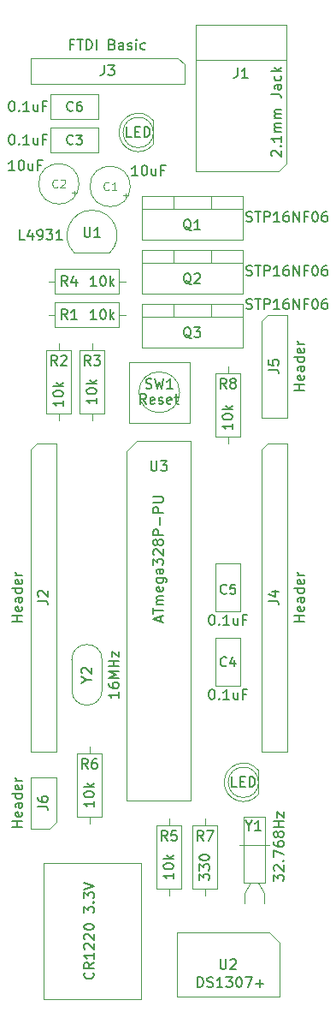
<source format=gbr>
G04 #@! TF.GenerationSoftware,KiCad,Pcbnew,5.0.2-bee76a0~70~ubuntu16.04.1*
G04 #@! TF.CreationDate,2019-06-25T12:15:08-07:00*
G04 #@! TF.ProjectId,sunrise-board,73756e72-6973-4652-9d62-6f6172642e6b,v2*
G04 #@! TF.SameCoordinates,Original*
G04 #@! TF.FileFunction,Other,Fab,Top*
%FSLAX46Y46*%
G04 Gerber Fmt 4.6, Leading zero omitted, Abs format (unit mm)*
G04 Created by KiCad (PCBNEW 5.0.2-bee76a0~70~ubuntu16.04.1) date Tue 25 Jun 2019 12:15:08 PM PDT*
%MOMM*%
%LPD*%
G01*
G04 APERTURE LIST*
%ADD10C,0.050800*%
%ADD11C,0.100000*%
%ADD12C,0.150000*%
%ADD13C,0.141000*%
%ADD14C,0.120000*%
G04 APERTURE END LIST*
D10*
G04 #@! TO.C,BT1*
X127000000Y-129159000D02*
X136652000Y-129159000D01*
X136652000Y-129159000D02*
X136652000Y-142621000D01*
X127000000Y-129159000D02*
X127000000Y-142621000D01*
X127000000Y-142621000D02*
X136652000Y-142621000D01*
D11*
G04 #@! TO.C,Y2*
X129818000Y-112030000D02*
X129818000Y-109030000D01*
X132818000Y-112030000D02*
X132818000Y-109030000D01*
X129818000Y-112030000D02*
X129818000Y-109030000D01*
X132818000Y-112030000D02*
X132818000Y-109030000D01*
X132818000Y-112030000D02*
G75*
G02X129818000Y-112030000I-1500000J0D01*
G01*
X132818000Y-109030000D02*
G75*
G03X129818000Y-109030000I-1500000J0D01*
G01*
X132818000Y-112030000D02*
G75*
G02X129818000Y-112030000I-1500000J0D01*
G01*
X132818000Y-109030000D02*
G75*
G03X129818000Y-109030000I-1500000J0D01*
G01*
G04 #@! TO.C,Y1*
X148924000Y-131096000D02*
X148924000Y-124596000D01*
X148924000Y-124596000D02*
X146864000Y-124596000D01*
X146864000Y-124596000D02*
X146864000Y-131096000D01*
X146864000Y-131096000D02*
X148924000Y-131096000D01*
X148244000Y-131096000D02*
X148844000Y-132096000D01*
X148844000Y-132096000D02*
X148844000Y-133096000D01*
X147544000Y-131096000D02*
X146944000Y-132096000D01*
X146944000Y-132096000D02*
X146944000Y-133096000D01*
X149394000Y-127346000D02*
X146394000Y-127346000D01*
G04 #@! TO.C,U3*
X136255000Y-87376000D02*
X141605000Y-87376000D01*
X141605000Y-87376000D02*
X141605000Y-122936000D01*
X141605000Y-122936000D02*
X135255000Y-122936000D01*
X135255000Y-122936000D02*
X135255000Y-88376000D01*
X135255000Y-88376000D02*
X136255000Y-87376000D01*
G04 #@! TO.C,U2*
X150368000Y-137017000D02*
X150368000Y-142367000D01*
X150368000Y-142367000D02*
X140208000Y-142367000D01*
X140208000Y-142367000D02*
X140208000Y-136017000D01*
X140208000Y-136017000D02*
X149368000Y-136017000D01*
X149368000Y-136017000D02*
X150368000Y-137017000D01*
G04 #@! TO.C,U1*
X130086000Y-68806000D02*
X133586000Y-68806000D01*
X133579625Y-68809625D02*
G75*
G03X131826000Y-64576000I-1753625J1753625D01*
G01*
X130072375Y-68809625D02*
G75*
G02X131826000Y-64576000I1753625J1753625D01*
G01*
G04 #@! TO.C,R8*
X146538000Y-80670000D02*
X144038000Y-80670000D01*
X144038000Y-80670000D02*
X144038000Y-86970000D01*
X144038000Y-86970000D02*
X146538000Y-86970000D01*
X146538000Y-86970000D02*
X146538000Y-80670000D01*
X145288000Y-80010000D02*
X145288000Y-80670000D01*
X145288000Y-87630000D02*
X145288000Y-86970000D01*
G04 #@! TO.C,R7*
X143002000Y-124714000D02*
X143002000Y-125374000D01*
X143002000Y-132334000D02*
X143002000Y-131674000D01*
X141752000Y-125374000D02*
X141752000Y-131674000D01*
X144252000Y-125374000D02*
X141752000Y-125374000D01*
X144252000Y-131674000D02*
X144252000Y-125374000D01*
X141752000Y-131674000D02*
X144252000Y-131674000D01*
G04 #@! TO.C,R6*
X130322000Y-124562000D02*
X132822000Y-124562000D01*
X132822000Y-124562000D02*
X132822000Y-118262000D01*
X132822000Y-118262000D02*
X130322000Y-118262000D01*
X130322000Y-118262000D02*
X130322000Y-124562000D01*
X131572000Y-125222000D02*
X131572000Y-124562000D01*
X131572000Y-117602000D02*
X131572000Y-118262000D01*
G04 #@! TO.C,R5*
X139446000Y-124714000D02*
X139446000Y-125374000D01*
X139446000Y-132334000D02*
X139446000Y-131674000D01*
X138196000Y-125374000D02*
X138196000Y-131674000D01*
X140696000Y-125374000D02*
X138196000Y-125374000D01*
X140696000Y-131674000D02*
X140696000Y-125374000D01*
X138196000Y-131674000D02*
X140696000Y-131674000D01*
G04 #@! TO.C,R4*
X135128000Y-71628000D02*
X134468000Y-71628000D01*
X127508000Y-71628000D02*
X128168000Y-71628000D01*
X134468000Y-70378000D02*
X128168000Y-70378000D01*
X134468000Y-72878000D02*
X134468000Y-70378000D01*
X128168000Y-72878000D02*
X134468000Y-72878000D01*
X128168000Y-70378000D02*
X128168000Y-72878000D01*
G04 #@! TO.C,R3*
X131826000Y-85344000D02*
X131826000Y-84684000D01*
X131826000Y-77724000D02*
X131826000Y-78384000D01*
X133076000Y-84684000D02*
X133076000Y-78384000D01*
X130576000Y-84684000D02*
X133076000Y-84684000D01*
X130576000Y-78384000D02*
X130576000Y-84684000D01*
X133076000Y-78384000D02*
X130576000Y-78384000D01*
G04 #@! TO.C,R2*
X128524000Y-85344000D02*
X128524000Y-84684000D01*
X128524000Y-77724000D02*
X128524000Y-78384000D01*
X129774000Y-84684000D02*
X129774000Y-78384000D01*
X127274000Y-84684000D02*
X129774000Y-84684000D01*
X127274000Y-78384000D02*
X127274000Y-84684000D01*
X129774000Y-78384000D02*
X127274000Y-78384000D01*
G04 #@! TO.C,R1*
X134468000Y-76180000D02*
X134468000Y-73680000D01*
X134468000Y-73680000D02*
X128168000Y-73680000D01*
X128168000Y-73680000D02*
X128168000Y-76180000D01*
X128168000Y-76180000D02*
X134468000Y-76180000D01*
X135128000Y-74930000D02*
X134468000Y-74930000D01*
X127508000Y-74930000D02*
X128168000Y-74930000D01*
G04 #@! TO.C,Q3*
X136732000Y-73812000D02*
X136732000Y-78212000D01*
X136732000Y-78212000D02*
X146732000Y-78212000D01*
X146732000Y-78212000D02*
X146732000Y-73812000D01*
X146732000Y-73812000D02*
X136732000Y-73812000D01*
X136732000Y-75082000D02*
X146732000Y-75082000D01*
X139882000Y-73812000D02*
X139882000Y-75082000D01*
X143582000Y-73812000D02*
X143582000Y-75082000D01*
G04 #@! TO.C,Q2*
X143582000Y-68478000D02*
X143582000Y-69748000D01*
X139882000Y-68478000D02*
X139882000Y-69748000D01*
X136732000Y-69748000D02*
X146732000Y-69748000D01*
X146732000Y-68478000D02*
X136732000Y-68478000D01*
X146732000Y-72878000D02*
X146732000Y-68478000D01*
X136732000Y-72878000D02*
X146732000Y-72878000D01*
X136732000Y-68478000D02*
X136732000Y-72878000D01*
G04 #@! TO.C,Q1*
X136732000Y-63144000D02*
X136732000Y-67544000D01*
X136732000Y-67544000D02*
X146732000Y-67544000D01*
X146732000Y-67544000D02*
X146732000Y-63144000D01*
X146732000Y-63144000D02*
X136732000Y-63144000D01*
X136732000Y-64414000D02*
X146732000Y-64414000D01*
X139882000Y-63144000D02*
X139882000Y-64414000D01*
X143582000Y-63144000D02*
X143582000Y-64414000D01*
G04 #@! TO.C,J6*
X127635000Y-125730000D02*
X125730000Y-125730000D01*
X125730000Y-125730000D02*
X125730000Y-120650000D01*
X125730000Y-120650000D02*
X128270000Y-120650000D01*
X128270000Y-120650000D02*
X128270000Y-125095000D01*
X128270000Y-125095000D02*
X127635000Y-125730000D01*
G04 #@! TO.C,J5*
X149225000Y-74930000D02*
X151130000Y-74930000D01*
X151130000Y-74930000D02*
X151130000Y-85090000D01*
X151130000Y-85090000D02*
X148590000Y-85090000D01*
X148590000Y-85090000D02*
X148590000Y-75565000D01*
X148590000Y-75565000D02*
X149225000Y-74930000D01*
G04 #@! TO.C,J4*
X148590000Y-88265000D02*
X149225000Y-87630000D01*
X148590000Y-118110000D02*
X148590000Y-88265000D01*
X151130000Y-118110000D02*
X148590000Y-118110000D01*
X151130000Y-87630000D02*
X151130000Y-118110000D01*
X149225000Y-87630000D02*
X151130000Y-87630000D01*
G04 #@! TO.C,J3*
X140970000Y-50165000D02*
X140970000Y-52070000D01*
X140970000Y-52070000D02*
X125730000Y-52070000D01*
X125730000Y-52070000D02*
X125730000Y-49530000D01*
X125730000Y-49530000D02*
X140335000Y-49530000D01*
X140335000Y-49530000D02*
X140970000Y-50165000D01*
G04 #@! TO.C,J2*
X126365000Y-87630000D02*
X128270000Y-87630000D01*
X128270000Y-87630000D02*
X128270000Y-118110000D01*
X128270000Y-118110000D02*
X125730000Y-118110000D01*
X125730000Y-118110000D02*
X125730000Y-88265000D01*
X125730000Y-88265000D02*
X126365000Y-87630000D01*
G04 #@! TO.C,J1*
X151063425Y-59940787D02*
X150308000Y-60744000D01*
X151058000Y-49744000D02*
X142058000Y-49744000D01*
X151058000Y-46244000D02*
X142058000Y-46244000D01*
X142058000Y-46244000D02*
X142058000Y-60744000D01*
X142058000Y-60744000D02*
X150308000Y-60744000D01*
X151058000Y-59944000D02*
X151058000Y-46244000D01*
G04 #@! TO.C,D2*
X148312555Y-119992524D02*
G75*
G03X148312000Y-122324190I-1500555J-1165476D01*
G01*
X148312000Y-121158000D02*
G75*
G03X148312000Y-121158000I-1500000J0D01*
G01*
X148312000Y-122324190D02*
X148312000Y-119991810D01*
G04 #@! TO.C,D1*
X137898000Y-58062190D02*
X137898000Y-55729810D01*
X137898000Y-56896000D02*
G75*
G03X137898000Y-56896000I-1500000J0D01*
G01*
X137898555Y-55730524D02*
G75*
G03X137898000Y-58062190I-1500555J-1165476D01*
G01*
G04 #@! TO.C,C6*
X127738000Y-55606000D02*
X132438000Y-55606000D01*
X127738000Y-53106000D02*
X127738000Y-55606000D01*
X132438000Y-53106000D02*
X127738000Y-53106000D01*
X132438000Y-55606000D02*
X132438000Y-53106000D01*
G04 #@! TO.C,C5*
X144038000Y-104244000D02*
X146538000Y-104244000D01*
X146538000Y-104244000D02*
X146538000Y-99544000D01*
X146538000Y-99544000D02*
X144038000Y-99544000D01*
X144038000Y-99544000D02*
X144038000Y-104244000D01*
G04 #@! TO.C,C4*
X144038000Y-111610000D02*
X146538000Y-111610000D01*
X146538000Y-111610000D02*
X146538000Y-106910000D01*
X146538000Y-106910000D02*
X144038000Y-106910000D01*
X144038000Y-106910000D02*
X144038000Y-111610000D01*
G04 #@! TO.C,C3*
X127738000Y-58908000D02*
X132438000Y-58908000D01*
X127738000Y-56408000D02*
X127738000Y-58908000D01*
X132438000Y-56408000D02*
X127738000Y-56408000D01*
X132438000Y-58908000D02*
X132438000Y-56408000D01*
G04 #@! TO.C,C2*
X130038554Y-63043500D02*
X130038554Y-62643500D01*
X130238554Y-62843500D02*
X129838554Y-62843500D01*
X130536000Y-61976000D02*
G75*
G03X130536000Y-61976000I-2000000J0D01*
G01*
G04 #@! TO.C,C1*
X135616000Y-62230000D02*
G75*
G03X135616000Y-62230000I-2000000J0D01*
G01*
X135318554Y-63097500D02*
X134918554Y-63097500D01*
X135118554Y-63297500D02*
X135118554Y-62897500D01*
G04 #@! TO.C,SW1*
X138482000Y-79586000D02*
X141482000Y-79586000D01*
X141482000Y-79586000D02*
X141482000Y-85586000D01*
X141482000Y-85586000D02*
X135482000Y-85586000D01*
X135482000Y-85586000D02*
X135482000Y-79586000D01*
X135482000Y-79586000D02*
X138482000Y-79586000D01*
X140497564Y-82586000D02*
G75*
G03X140497564Y-82586000I-2015564J0D01*
G01*
G04 #@! TD*
G04 #@! TO.C,BT1*
D12*
X131929142Y-139985238D02*
X131976761Y-140032857D01*
X132024380Y-140175714D01*
X132024380Y-140270952D01*
X131976761Y-140413809D01*
X131881523Y-140509047D01*
X131786285Y-140556666D01*
X131595809Y-140604285D01*
X131452952Y-140604285D01*
X131262476Y-140556666D01*
X131167238Y-140509047D01*
X131072000Y-140413809D01*
X131024380Y-140270952D01*
X131024380Y-140175714D01*
X131072000Y-140032857D01*
X131119619Y-139985238D01*
X132024380Y-138985238D02*
X131548190Y-139318571D01*
X132024380Y-139556666D02*
X131024380Y-139556666D01*
X131024380Y-139175714D01*
X131072000Y-139080476D01*
X131119619Y-139032857D01*
X131214857Y-138985238D01*
X131357714Y-138985238D01*
X131452952Y-139032857D01*
X131500571Y-139080476D01*
X131548190Y-139175714D01*
X131548190Y-139556666D01*
X132024380Y-138032857D02*
X132024380Y-138604285D01*
X132024380Y-138318571D02*
X131024380Y-138318571D01*
X131167238Y-138413809D01*
X131262476Y-138509047D01*
X131310095Y-138604285D01*
X131119619Y-137651904D02*
X131072000Y-137604285D01*
X131024380Y-137509047D01*
X131024380Y-137270952D01*
X131072000Y-137175714D01*
X131119619Y-137128095D01*
X131214857Y-137080476D01*
X131310095Y-137080476D01*
X131452952Y-137128095D01*
X132024380Y-137699523D01*
X132024380Y-137080476D01*
X131119619Y-136699523D02*
X131072000Y-136651904D01*
X131024380Y-136556666D01*
X131024380Y-136318571D01*
X131072000Y-136223333D01*
X131119619Y-136175714D01*
X131214857Y-136128095D01*
X131310095Y-136128095D01*
X131452952Y-136175714D01*
X132024380Y-136747142D01*
X132024380Y-136128095D01*
X131024380Y-135509047D02*
X131024380Y-135413809D01*
X131072000Y-135318571D01*
X131119619Y-135270952D01*
X131214857Y-135223333D01*
X131405333Y-135175714D01*
X131643428Y-135175714D01*
X131833904Y-135223333D01*
X131929142Y-135270952D01*
X131976761Y-135318571D01*
X132024380Y-135413809D01*
X132024380Y-135509047D01*
X131976761Y-135604285D01*
X131929142Y-135651904D01*
X131833904Y-135699523D01*
X131643428Y-135747142D01*
X131405333Y-135747142D01*
X131214857Y-135699523D01*
X131119619Y-135651904D01*
X131072000Y-135604285D01*
X131024380Y-135509047D01*
X131024380Y-134080476D02*
X131024380Y-133461428D01*
X131405333Y-133794761D01*
X131405333Y-133651904D01*
X131452952Y-133556666D01*
X131500571Y-133509047D01*
X131595809Y-133461428D01*
X131833904Y-133461428D01*
X131929142Y-133509047D01*
X131976761Y-133556666D01*
X132024380Y-133651904D01*
X132024380Y-133937619D01*
X131976761Y-134032857D01*
X131929142Y-134080476D01*
X131929142Y-133032857D02*
X131976761Y-132985238D01*
X132024380Y-133032857D01*
X131976761Y-133080476D01*
X131929142Y-133032857D01*
X132024380Y-133032857D01*
X131024380Y-132651904D02*
X131024380Y-132032857D01*
X131405333Y-132366190D01*
X131405333Y-132223333D01*
X131452952Y-132128095D01*
X131500571Y-132080476D01*
X131595809Y-132032857D01*
X131833904Y-132032857D01*
X131929142Y-132080476D01*
X131976761Y-132128095D01*
X132024380Y-132223333D01*
X132024380Y-132509047D01*
X131976761Y-132604285D01*
X131929142Y-132651904D01*
X131024380Y-131747142D02*
X132024380Y-131413809D01*
X131024380Y-131080476D01*
G04 #@! TO.C,Y2*
X134470380Y-112220476D02*
X134470380Y-112791904D01*
X134470380Y-112506190D02*
X133470380Y-112506190D01*
X133613238Y-112601428D01*
X133708476Y-112696666D01*
X133756095Y-112791904D01*
X133470380Y-111363333D02*
X133470380Y-111553809D01*
X133518000Y-111649047D01*
X133565619Y-111696666D01*
X133708476Y-111791904D01*
X133898952Y-111839523D01*
X134279904Y-111839523D01*
X134375142Y-111791904D01*
X134422761Y-111744285D01*
X134470380Y-111649047D01*
X134470380Y-111458571D01*
X134422761Y-111363333D01*
X134375142Y-111315714D01*
X134279904Y-111268095D01*
X134041809Y-111268095D01*
X133946571Y-111315714D01*
X133898952Y-111363333D01*
X133851333Y-111458571D01*
X133851333Y-111649047D01*
X133898952Y-111744285D01*
X133946571Y-111791904D01*
X134041809Y-111839523D01*
X134470380Y-110839523D02*
X133470380Y-110839523D01*
X134184666Y-110506190D01*
X133470380Y-110172857D01*
X134470380Y-110172857D01*
X134470380Y-109696666D02*
X133470380Y-109696666D01*
X133946571Y-109696666D02*
X133946571Y-109125238D01*
X134470380Y-109125238D02*
X133470380Y-109125238D01*
X133803714Y-108744285D02*
X133803714Y-108220476D01*
X134470380Y-108744285D01*
X134470380Y-108220476D01*
X131294190Y-111006190D02*
X131770380Y-111006190D01*
X130770380Y-111339523D02*
X131294190Y-111006190D01*
X130770380Y-110672857D01*
X130865619Y-110387142D02*
X130818000Y-110339523D01*
X130770380Y-110244285D01*
X130770380Y-110006190D01*
X130818000Y-109910952D01*
X130865619Y-109863333D01*
X130960857Y-109815714D01*
X131056095Y-109815714D01*
X131198952Y-109863333D01*
X131770380Y-110434761D01*
X131770380Y-109815714D01*
G04 #@! TO.C,Y1*
X149820380Y-130912761D02*
X149820380Y-130293714D01*
X150201333Y-130627047D01*
X150201333Y-130484190D01*
X150248952Y-130388952D01*
X150296571Y-130341333D01*
X150391809Y-130293714D01*
X150629904Y-130293714D01*
X150725142Y-130341333D01*
X150772761Y-130388952D01*
X150820380Y-130484190D01*
X150820380Y-130769904D01*
X150772761Y-130865142D01*
X150725142Y-130912761D01*
X149915619Y-129912761D02*
X149868000Y-129865142D01*
X149820380Y-129769904D01*
X149820380Y-129531809D01*
X149868000Y-129436571D01*
X149915619Y-129388952D01*
X150010857Y-129341333D01*
X150106095Y-129341333D01*
X150248952Y-129388952D01*
X150820380Y-129960380D01*
X150820380Y-129341333D01*
X150725142Y-128912761D02*
X150772761Y-128865142D01*
X150820380Y-128912761D01*
X150772761Y-128960380D01*
X150725142Y-128912761D01*
X150820380Y-128912761D01*
X149820380Y-128531809D02*
X149820380Y-127865142D01*
X150820380Y-128293714D01*
X149820380Y-127055619D02*
X149820380Y-127246095D01*
X149868000Y-127341333D01*
X149915619Y-127388952D01*
X150058476Y-127484190D01*
X150248952Y-127531809D01*
X150629904Y-127531809D01*
X150725142Y-127484190D01*
X150772761Y-127436571D01*
X150820380Y-127341333D01*
X150820380Y-127150857D01*
X150772761Y-127055619D01*
X150725142Y-127008000D01*
X150629904Y-126960380D01*
X150391809Y-126960380D01*
X150296571Y-127008000D01*
X150248952Y-127055619D01*
X150201333Y-127150857D01*
X150201333Y-127341333D01*
X150248952Y-127436571D01*
X150296571Y-127484190D01*
X150391809Y-127531809D01*
X150248952Y-126388952D02*
X150201333Y-126484190D01*
X150153714Y-126531809D01*
X150058476Y-126579428D01*
X150010857Y-126579428D01*
X149915619Y-126531809D01*
X149868000Y-126484190D01*
X149820380Y-126388952D01*
X149820380Y-126198476D01*
X149868000Y-126103238D01*
X149915619Y-126055619D01*
X150010857Y-126008000D01*
X150058476Y-126008000D01*
X150153714Y-126055619D01*
X150201333Y-126103238D01*
X150248952Y-126198476D01*
X150248952Y-126388952D01*
X150296571Y-126484190D01*
X150344190Y-126531809D01*
X150439428Y-126579428D01*
X150629904Y-126579428D01*
X150725142Y-126531809D01*
X150772761Y-126484190D01*
X150820380Y-126388952D01*
X150820380Y-126198476D01*
X150772761Y-126103238D01*
X150725142Y-126055619D01*
X150629904Y-126008000D01*
X150439428Y-126008000D01*
X150344190Y-126055619D01*
X150296571Y-126103238D01*
X150248952Y-126198476D01*
X150820380Y-125579428D02*
X149820380Y-125579428D01*
X150296571Y-125579428D02*
X150296571Y-125008000D01*
X150820380Y-125008000D02*
X149820380Y-125008000D01*
X150153714Y-124627047D02*
X150153714Y-124103238D01*
X150820380Y-124627047D01*
X150820380Y-124103238D01*
X147351809Y-125452190D02*
X147351809Y-125928380D01*
X147018476Y-124928380D02*
X147351809Y-125452190D01*
X147685142Y-124928380D01*
X148542285Y-125928380D02*
X147970857Y-125928380D01*
X148256571Y-125928380D02*
X148256571Y-124928380D01*
X148161333Y-125071238D01*
X148066095Y-125166476D01*
X147970857Y-125214095D01*
G04 #@! TO.C,U3*
X138596666Y-105250476D02*
X138596666Y-104774285D01*
X138882380Y-105345714D02*
X137882380Y-105012380D01*
X138882380Y-104679047D01*
X137882380Y-104488571D02*
X137882380Y-103917142D01*
X138882380Y-104202857D02*
X137882380Y-104202857D01*
X138882380Y-103583809D02*
X138215714Y-103583809D01*
X138310952Y-103583809D02*
X138263333Y-103536190D01*
X138215714Y-103440952D01*
X138215714Y-103298095D01*
X138263333Y-103202857D01*
X138358571Y-103155238D01*
X138882380Y-103155238D01*
X138358571Y-103155238D02*
X138263333Y-103107619D01*
X138215714Y-103012380D01*
X138215714Y-102869523D01*
X138263333Y-102774285D01*
X138358571Y-102726666D01*
X138882380Y-102726666D01*
X138834761Y-101869523D02*
X138882380Y-101964761D01*
X138882380Y-102155238D01*
X138834761Y-102250476D01*
X138739523Y-102298095D01*
X138358571Y-102298095D01*
X138263333Y-102250476D01*
X138215714Y-102155238D01*
X138215714Y-101964761D01*
X138263333Y-101869523D01*
X138358571Y-101821904D01*
X138453809Y-101821904D01*
X138549047Y-102298095D01*
X138215714Y-100964761D02*
X139025238Y-100964761D01*
X139120476Y-101012380D01*
X139168095Y-101060000D01*
X139215714Y-101155238D01*
X139215714Y-101298095D01*
X139168095Y-101393333D01*
X138834761Y-100964761D02*
X138882380Y-101060000D01*
X138882380Y-101250476D01*
X138834761Y-101345714D01*
X138787142Y-101393333D01*
X138691904Y-101440952D01*
X138406190Y-101440952D01*
X138310952Y-101393333D01*
X138263333Y-101345714D01*
X138215714Y-101250476D01*
X138215714Y-101060000D01*
X138263333Y-100964761D01*
X138882380Y-100060000D02*
X138358571Y-100060000D01*
X138263333Y-100107619D01*
X138215714Y-100202857D01*
X138215714Y-100393333D01*
X138263333Y-100488571D01*
X138834761Y-100060000D02*
X138882380Y-100155238D01*
X138882380Y-100393333D01*
X138834761Y-100488571D01*
X138739523Y-100536190D01*
X138644285Y-100536190D01*
X138549047Y-100488571D01*
X138501428Y-100393333D01*
X138501428Y-100155238D01*
X138453809Y-100060000D01*
X137882380Y-99679047D02*
X137882380Y-99060000D01*
X138263333Y-99393333D01*
X138263333Y-99250476D01*
X138310952Y-99155238D01*
X138358571Y-99107619D01*
X138453809Y-99060000D01*
X138691904Y-99060000D01*
X138787142Y-99107619D01*
X138834761Y-99155238D01*
X138882380Y-99250476D01*
X138882380Y-99536190D01*
X138834761Y-99631428D01*
X138787142Y-99679047D01*
X137977619Y-98679047D02*
X137930000Y-98631428D01*
X137882380Y-98536190D01*
X137882380Y-98298095D01*
X137930000Y-98202857D01*
X137977619Y-98155238D01*
X138072857Y-98107619D01*
X138168095Y-98107619D01*
X138310952Y-98155238D01*
X138882380Y-98726666D01*
X138882380Y-98107619D01*
X138310952Y-97536190D02*
X138263333Y-97631428D01*
X138215714Y-97679047D01*
X138120476Y-97726666D01*
X138072857Y-97726666D01*
X137977619Y-97679047D01*
X137930000Y-97631428D01*
X137882380Y-97536190D01*
X137882380Y-97345714D01*
X137930000Y-97250476D01*
X137977619Y-97202857D01*
X138072857Y-97155238D01*
X138120476Y-97155238D01*
X138215714Y-97202857D01*
X138263333Y-97250476D01*
X138310952Y-97345714D01*
X138310952Y-97536190D01*
X138358571Y-97631428D01*
X138406190Y-97679047D01*
X138501428Y-97726666D01*
X138691904Y-97726666D01*
X138787142Y-97679047D01*
X138834761Y-97631428D01*
X138882380Y-97536190D01*
X138882380Y-97345714D01*
X138834761Y-97250476D01*
X138787142Y-97202857D01*
X138691904Y-97155238D01*
X138501428Y-97155238D01*
X138406190Y-97202857D01*
X138358571Y-97250476D01*
X138310952Y-97345714D01*
X138882380Y-96726666D02*
X137882380Y-96726666D01*
X137882380Y-96345714D01*
X137930000Y-96250476D01*
X137977619Y-96202857D01*
X138072857Y-96155238D01*
X138215714Y-96155238D01*
X138310952Y-96202857D01*
X138358571Y-96250476D01*
X138406190Y-96345714D01*
X138406190Y-96726666D01*
X138501428Y-95726666D02*
X138501428Y-94964761D01*
X138882380Y-94488571D02*
X137882380Y-94488571D01*
X137882380Y-94107619D01*
X137930000Y-94012380D01*
X137977619Y-93964761D01*
X138072857Y-93917142D01*
X138215714Y-93917142D01*
X138310952Y-93964761D01*
X138358571Y-94012380D01*
X138406190Y-94107619D01*
X138406190Y-94488571D01*
X137882380Y-93488571D02*
X138691904Y-93488571D01*
X138787142Y-93440952D01*
X138834761Y-93393333D01*
X138882380Y-93298095D01*
X138882380Y-93107619D01*
X138834761Y-93012380D01*
X138787142Y-92964761D01*
X138691904Y-92917142D01*
X137882380Y-92917142D01*
X137668095Y-89368380D02*
X137668095Y-90177904D01*
X137715714Y-90273142D01*
X137763333Y-90320761D01*
X137858571Y-90368380D01*
X138049047Y-90368380D01*
X138144285Y-90320761D01*
X138191904Y-90273142D01*
X138239523Y-90177904D01*
X138239523Y-89368380D01*
X138620476Y-89368380D02*
X139239523Y-89368380D01*
X138906190Y-89749333D01*
X139049047Y-89749333D01*
X139144285Y-89796952D01*
X139191904Y-89844571D01*
X139239523Y-89939809D01*
X139239523Y-90177904D01*
X139191904Y-90273142D01*
X139144285Y-90320761D01*
X139049047Y-90368380D01*
X138763333Y-90368380D01*
X138668095Y-90320761D01*
X138620476Y-90273142D01*
G04 #@! TO.C,U2*
X142280095Y-141422380D02*
X142280095Y-140422380D01*
X142518190Y-140422380D01*
X142661047Y-140470000D01*
X142756285Y-140565238D01*
X142803904Y-140660476D01*
X142851523Y-140850952D01*
X142851523Y-140993809D01*
X142803904Y-141184285D01*
X142756285Y-141279523D01*
X142661047Y-141374761D01*
X142518190Y-141422380D01*
X142280095Y-141422380D01*
X143232476Y-141374761D02*
X143375333Y-141422380D01*
X143613428Y-141422380D01*
X143708666Y-141374761D01*
X143756285Y-141327142D01*
X143803904Y-141231904D01*
X143803904Y-141136666D01*
X143756285Y-141041428D01*
X143708666Y-140993809D01*
X143613428Y-140946190D01*
X143422952Y-140898571D01*
X143327714Y-140850952D01*
X143280095Y-140803333D01*
X143232476Y-140708095D01*
X143232476Y-140612857D01*
X143280095Y-140517619D01*
X143327714Y-140470000D01*
X143422952Y-140422380D01*
X143661047Y-140422380D01*
X143803904Y-140470000D01*
X144756285Y-141422380D02*
X144184857Y-141422380D01*
X144470571Y-141422380D02*
X144470571Y-140422380D01*
X144375333Y-140565238D01*
X144280095Y-140660476D01*
X144184857Y-140708095D01*
X145089619Y-140422380D02*
X145708666Y-140422380D01*
X145375333Y-140803333D01*
X145518190Y-140803333D01*
X145613428Y-140850952D01*
X145661047Y-140898571D01*
X145708666Y-140993809D01*
X145708666Y-141231904D01*
X145661047Y-141327142D01*
X145613428Y-141374761D01*
X145518190Y-141422380D01*
X145232476Y-141422380D01*
X145137238Y-141374761D01*
X145089619Y-141327142D01*
X146327714Y-140422380D02*
X146422952Y-140422380D01*
X146518190Y-140470000D01*
X146565809Y-140517619D01*
X146613428Y-140612857D01*
X146661047Y-140803333D01*
X146661047Y-141041428D01*
X146613428Y-141231904D01*
X146565809Y-141327142D01*
X146518190Y-141374761D01*
X146422952Y-141422380D01*
X146327714Y-141422380D01*
X146232476Y-141374761D01*
X146184857Y-141327142D01*
X146137238Y-141231904D01*
X146089619Y-141041428D01*
X146089619Y-140803333D01*
X146137238Y-140612857D01*
X146184857Y-140517619D01*
X146232476Y-140470000D01*
X146327714Y-140422380D01*
X146994380Y-140422380D02*
X147661047Y-140422380D01*
X147232476Y-141422380D01*
X148042000Y-141041428D02*
X148803904Y-141041428D01*
X148422952Y-141422380D02*
X148422952Y-140660476D01*
X144526095Y-138644380D02*
X144526095Y-139453904D01*
X144573714Y-139549142D01*
X144621333Y-139596761D01*
X144716571Y-139644380D01*
X144907047Y-139644380D01*
X145002285Y-139596761D01*
X145049904Y-139549142D01*
X145097523Y-139453904D01*
X145097523Y-138644380D01*
X145526095Y-138739619D02*
X145573714Y-138692000D01*
X145668952Y-138644380D01*
X145907047Y-138644380D01*
X146002285Y-138692000D01*
X146049904Y-138739619D01*
X146097523Y-138834857D01*
X146097523Y-138930095D01*
X146049904Y-139072952D01*
X145478476Y-139644380D01*
X146097523Y-139644380D01*
G04 #@! TO.C,U1*
X125150761Y-67508380D02*
X124674571Y-67508380D01*
X124674571Y-66508380D01*
X125912666Y-66841714D02*
X125912666Y-67508380D01*
X125674571Y-66460761D02*
X125436476Y-67175047D01*
X126055523Y-67175047D01*
X126484095Y-67508380D02*
X126674571Y-67508380D01*
X126769809Y-67460761D01*
X126817428Y-67413142D01*
X126912666Y-67270285D01*
X126960285Y-67079809D01*
X126960285Y-66698857D01*
X126912666Y-66603619D01*
X126865047Y-66556000D01*
X126769809Y-66508380D01*
X126579333Y-66508380D01*
X126484095Y-66556000D01*
X126436476Y-66603619D01*
X126388857Y-66698857D01*
X126388857Y-66936952D01*
X126436476Y-67032190D01*
X126484095Y-67079809D01*
X126579333Y-67127428D01*
X126769809Y-67127428D01*
X126865047Y-67079809D01*
X126912666Y-67032190D01*
X126960285Y-66936952D01*
X127293619Y-66508380D02*
X127912666Y-66508380D01*
X127579333Y-66889333D01*
X127722190Y-66889333D01*
X127817428Y-66936952D01*
X127865047Y-66984571D01*
X127912666Y-67079809D01*
X127912666Y-67317904D01*
X127865047Y-67413142D01*
X127817428Y-67460761D01*
X127722190Y-67508380D01*
X127436476Y-67508380D01*
X127341238Y-67460761D01*
X127293619Y-67413142D01*
X128865047Y-67508380D02*
X128293619Y-67508380D01*
X128579333Y-67508380D02*
X128579333Y-66508380D01*
X128484095Y-66651238D01*
X128388857Y-66746476D01*
X128293619Y-66794095D01*
X131064095Y-66254380D02*
X131064095Y-67063904D01*
X131111714Y-67159142D01*
X131159333Y-67206761D01*
X131254571Y-67254380D01*
X131445047Y-67254380D01*
X131540285Y-67206761D01*
X131587904Y-67159142D01*
X131635523Y-67063904D01*
X131635523Y-66254380D01*
X132635523Y-67254380D02*
X132064095Y-67254380D01*
X132349809Y-67254380D02*
X132349809Y-66254380D01*
X132254571Y-66397238D01*
X132159333Y-66492476D01*
X132064095Y-66540095D01*
G04 #@! TO.C,R8*
X145740380Y-85685238D02*
X145740380Y-86256666D01*
X145740380Y-85970952D02*
X144740380Y-85970952D01*
X144883238Y-86066190D01*
X144978476Y-86161428D01*
X145026095Y-86256666D01*
X144740380Y-85066190D02*
X144740380Y-84970952D01*
X144788000Y-84875714D01*
X144835619Y-84828095D01*
X144930857Y-84780476D01*
X145121333Y-84732857D01*
X145359428Y-84732857D01*
X145549904Y-84780476D01*
X145645142Y-84828095D01*
X145692761Y-84875714D01*
X145740380Y-84970952D01*
X145740380Y-85066190D01*
X145692761Y-85161428D01*
X145645142Y-85209047D01*
X145549904Y-85256666D01*
X145359428Y-85304285D01*
X145121333Y-85304285D01*
X144930857Y-85256666D01*
X144835619Y-85209047D01*
X144788000Y-85161428D01*
X144740380Y-85066190D01*
X145740380Y-84304285D02*
X144740380Y-84304285D01*
X145359428Y-84209047D02*
X145740380Y-83923333D01*
X145073714Y-83923333D02*
X145454666Y-84304285D01*
X145121333Y-82240380D02*
X144788000Y-81764190D01*
X144549904Y-82240380D02*
X144549904Y-81240380D01*
X144930857Y-81240380D01*
X145026095Y-81288000D01*
X145073714Y-81335619D01*
X145121333Y-81430857D01*
X145121333Y-81573714D01*
X145073714Y-81668952D01*
X145026095Y-81716571D01*
X144930857Y-81764190D01*
X144549904Y-81764190D01*
X145692761Y-81668952D02*
X145597523Y-81621333D01*
X145549904Y-81573714D01*
X145502285Y-81478476D01*
X145502285Y-81430857D01*
X145549904Y-81335619D01*
X145597523Y-81288000D01*
X145692761Y-81240380D01*
X145883238Y-81240380D01*
X145978476Y-81288000D01*
X146026095Y-81335619D01*
X146073714Y-81430857D01*
X146073714Y-81478476D01*
X146026095Y-81573714D01*
X145978476Y-81621333D01*
X145883238Y-81668952D01*
X145692761Y-81668952D01*
X145597523Y-81716571D01*
X145549904Y-81764190D01*
X145502285Y-81859428D01*
X145502285Y-82049904D01*
X145549904Y-82145142D01*
X145597523Y-82192761D01*
X145692761Y-82240380D01*
X145883238Y-82240380D01*
X145978476Y-82192761D01*
X146026095Y-82145142D01*
X146073714Y-82049904D01*
X146073714Y-81859428D01*
X146026095Y-81764190D01*
X145978476Y-81716571D01*
X145883238Y-81668952D01*
G04 #@! TO.C,R7*
X142454380Y-130825714D02*
X142454380Y-130206666D01*
X142835333Y-130540000D01*
X142835333Y-130397142D01*
X142882952Y-130301904D01*
X142930571Y-130254285D01*
X143025809Y-130206666D01*
X143263904Y-130206666D01*
X143359142Y-130254285D01*
X143406761Y-130301904D01*
X143454380Y-130397142D01*
X143454380Y-130682857D01*
X143406761Y-130778095D01*
X143359142Y-130825714D01*
X142454380Y-129873333D02*
X142454380Y-129254285D01*
X142835333Y-129587619D01*
X142835333Y-129444761D01*
X142882952Y-129349523D01*
X142930571Y-129301904D01*
X143025809Y-129254285D01*
X143263904Y-129254285D01*
X143359142Y-129301904D01*
X143406761Y-129349523D01*
X143454380Y-129444761D01*
X143454380Y-129730476D01*
X143406761Y-129825714D01*
X143359142Y-129873333D01*
X142454380Y-128635238D02*
X142454380Y-128540000D01*
X142502000Y-128444761D01*
X142549619Y-128397142D01*
X142644857Y-128349523D01*
X142835333Y-128301904D01*
X143073428Y-128301904D01*
X143263904Y-128349523D01*
X143359142Y-128397142D01*
X143406761Y-128444761D01*
X143454380Y-128540000D01*
X143454380Y-128635238D01*
X143406761Y-128730476D01*
X143359142Y-128778095D01*
X143263904Y-128825714D01*
X143073428Y-128873333D01*
X142835333Y-128873333D01*
X142644857Y-128825714D01*
X142549619Y-128778095D01*
X142502000Y-128730476D01*
X142454380Y-128635238D01*
X142835333Y-126944380D02*
X142502000Y-126468190D01*
X142263904Y-126944380D02*
X142263904Y-125944380D01*
X142644857Y-125944380D01*
X142740095Y-125992000D01*
X142787714Y-126039619D01*
X142835333Y-126134857D01*
X142835333Y-126277714D01*
X142787714Y-126372952D01*
X142740095Y-126420571D01*
X142644857Y-126468190D01*
X142263904Y-126468190D01*
X143168666Y-125944380D02*
X143835333Y-125944380D01*
X143406761Y-126944380D01*
G04 #@! TO.C,R6*
X132024380Y-123023238D02*
X132024380Y-123594666D01*
X132024380Y-123308952D02*
X131024380Y-123308952D01*
X131167238Y-123404190D01*
X131262476Y-123499428D01*
X131310095Y-123594666D01*
X131024380Y-122404190D02*
X131024380Y-122308952D01*
X131072000Y-122213714D01*
X131119619Y-122166095D01*
X131214857Y-122118476D01*
X131405333Y-122070857D01*
X131643428Y-122070857D01*
X131833904Y-122118476D01*
X131929142Y-122166095D01*
X131976761Y-122213714D01*
X132024380Y-122308952D01*
X132024380Y-122404190D01*
X131976761Y-122499428D01*
X131929142Y-122547047D01*
X131833904Y-122594666D01*
X131643428Y-122642285D01*
X131405333Y-122642285D01*
X131214857Y-122594666D01*
X131119619Y-122547047D01*
X131072000Y-122499428D01*
X131024380Y-122404190D01*
X132024380Y-121642285D02*
X131024380Y-121642285D01*
X131643428Y-121547047D02*
X132024380Y-121261333D01*
X131357714Y-121261333D02*
X131738666Y-121642285D01*
X131405333Y-119832380D02*
X131072000Y-119356190D01*
X130833904Y-119832380D02*
X130833904Y-118832380D01*
X131214857Y-118832380D01*
X131310095Y-118880000D01*
X131357714Y-118927619D01*
X131405333Y-119022857D01*
X131405333Y-119165714D01*
X131357714Y-119260952D01*
X131310095Y-119308571D01*
X131214857Y-119356190D01*
X130833904Y-119356190D01*
X132262476Y-118832380D02*
X132072000Y-118832380D01*
X131976761Y-118880000D01*
X131929142Y-118927619D01*
X131833904Y-119070476D01*
X131786285Y-119260952D01*
X131786285Y-119641904D01*
X131833904Y-119737142D01*
X131881523Y-119784761D01*
X131976761Y-119832380D01*
X132167238Y-119832380D01*
X132262476Y-119784761D01*
X132310095Y-119737142D01*
X132357714Y-119641904D01*
X132357714Y-119403809D01*
X132310095Y-119308571D01*
X132262476Y-119260952D01*
X132167238Y-119213333D01*
X131976761Y-119213333D01*
X131881523Y-119260952D01*
X131833904Y-119308571D01*
X131786285Y-119403809D01*
G04 #@! TO.C,R5*
X139898380Y-130135238D02*
X139898380Y-130706666D01*
X139898380Y-130420952D02*
X138898380Y-130420952D01*
X139041238Y-130516190D01*
X139136476Y-130611428D01*
X139184095Y-130706666D01*
X138898380Y-129516190D02*
X138898380Y-129420952D01*
X138946000Y-129325714D01*
X138993619Y-129278095D01*
X139088857Y-129230476D01*
X139279333Y-129182857D01*
X139517428Y-129182857D01*
X139707904Y-129230476D01*
X139803142Y-129278095D01*
X139850761Y-129325714D01*
X139898380Y-129420952D01*
X139898380Y-129516190D01*
X139850761Y-129611428D01*
X139803142Y-129659047D01*
X139707904Y-129706666D01*
X139517428Y-129754285D01*
X139279333Y-129754285D01*
X139088857Y-129706666D01*
X138993619Y-129659047D01*
X138946000Y-129611428D01*
X138898380Y-129516190D01*
X139898380Y-128754285D02*
X138898380Y-128754285D01*
X139517428Y-128659047D02*
X139898380Y-128373333D01*
X139231714Y-128373333D02*
X139612666Y-128754285D01*
X139279333Y-126944380D02*
X138946000Y-126468190D01*
X138707904Y-126944380D02*
X138707904Y-125944380D01*
X139088857Y-125944380D01*
X139184095Y-125992000D01*
X139231714Y-126039619D01*
X139279333Y-126134857D01*
X139279333Y-126277714D01*
X139231714Y-126372952D01*
X139184095Y-126420571D01*
X139088857Y-126468190D01*
X138707904Y-126468190D01*
X140184095Y-125944380D02*
X139707904Y-125944380D01*
X139660285Y-126420571D01*
X139707904Y-126372952D01*
X139803142Y-126325333D01*
X140041238Y-126325333D01*
X140136476Y-126372952D01*
X140184095Y-126420571D01*
X140231714Y-126515809D01*
X140231714Y-126753904D01*
X140184095Y-126849142D01*
X140136476Y-126896761D01*
X140041238Y-126944380D01*
X139803142Y-126944380D01*
X139707904Y-126896761D01*
X139660285Y-126849142D01*
G04 #@! TO.C,R4*
X132246761Y-75382380D02*
X131675333Y-75382380D01*
X131961047Y-75382380D02*
X131961047Y-74382380D01*
X131865809Y-74525238D01*
X131770571Y-74620476D01*
X131675333Y-74668095D01*
X132865809Y-74382380D02*
X132961047Y-74382380D01*
X133056285Y-74430000D01*
X133103904Y-74477619D01*
X133151523Y-74572857D01*
X133199142Y-74763333D01*
X133199142Y-75001428D01*
X133151523Y-75191904D01*
X133103904Y-75287142D01*
X133056285Y-75334761D01*
X132961047Y-75382380D01*
X132865809Y-75382380D01*
X132770571Y-75334761D01*
X132722952Y-75287142D01*
X132675333Y-75191904D01*
X132627714Y-75001428D01*
X132627714Y-74763333D01*
X132675333Y-74572857D01*
X132722952Y-74477619D01*
X132770571Y-74430000D01*
X132865809Y-74382380D01*
X133627714Y-75382380D02*
X133627714Y-74382380D01*
X133722952Y-75001428D02*
X134008666Y-75382380D01*
X134008666Y-74715714D02*
X133627714Y-75096666D01*
X129373333Y-72080380D02*
X129040000Y-71604190D01*
X128801904Y-72080380D02*
X128801904Y-71080380D01*
X129182857Y-71080380D01*
X129278095Y-71128000D01*
X129325714Y-71175619D01*
X129373333Y-71270857D01*
X129373333Y-71413714D01*
X129325714Y-71508952D01*
X129278095Y-71556571D01*
X129182857Y-71604190D01*
X128801904Y-71604190D01*
X130230476Y-71413714D02*
X130230476Y-72080380D01*
X129992380Y-71032761D02*
X129754285Y-71747047D01*
X130373333Y-71747047D01*
G04 #@! TO.C,R3*
X132278380Y-83145238D02*
X132278380Y-83716666D01*
X132278380Y-83430952D02*
X131278380Y-83430952D01*
X131421238Y-83526190D01*
X131516476Y-83621428D01*
X131564095Y-83716666D01*
X131278380Y-82526190D02*
X131278380Y-82430952D01*
X131326000Y-82335714D01*
X131373619Y-82288095D01*
X131468857Y-82240476D01*
X131659333Y-82192857D01*
X131897428Y-82192857D01*
X132087904Y-82240476D01*
X132183142Y-82288095D01*
X132230761Y-82335714D01*
X132278380Y-82430952D01*
X132278380Y-82526190D01*
X132230761Y-82621428D01*
X132183142Y-82669047D01*
X132087904Y-82716666D01*
X131897428Y-82764285D01*
X131659333Y-82764285D01*
X131468857Y-82716666D01*
X131373619Y-82669047D01*
X131326000Y-82621428D01*
X131278380Y-82526190D01*
X132278380Y-81764285D02*
X131278380Y-81764285D01*
X131897428Y-81669047D02*
X132278380Y-81383333D01*
X131611714Y-81383333D02*
X131992666Y-81764285D01*
X131659333Y-79954380D02*
X131326000Y-79478190D01*
X131087904Y-79954380D02*
X131087904Y-78954380D01*
X131468857Y-78954380D01*
X131564095Y-79002000D01*
X131611714Y-79049619D01*
X131659333Y-79144857D01*
X131659333Y-79287714D01*
X131611714Y-79382952D01*
X131564095Y-79430571D01*
X131468857Y-79478190D01*
X131087904Y-79478190D01*
X131992666Y-78954380D02*
X132611714Y-78954380D01*
X132278380Y-79335333D01*
X132421238Y-79335333D01*
X132516476Y-79382952D01*
X132564095Y-79430571D01*
X132611714Y-79525809D01*
X132611714Y-79763904D01*
X132564095Y-79859142D01*
X132516476Y-79906761D01*
X132421238Y-79954380D01*
X132135523Y-79954380D01*
X132040285Y-79906761D01*
X131992666Y-79859142D01*
G04 #@! TO.C,R2*
X128976380Y-83399238D02*
X128976380Y-83970666D01*
X128976380Y-83684952D02*
X127976380Y-83684952D01*
X128119238Y-83780190D01*
X128214476Y-83875428D01*
X128262095Y-83970666D01*
X127976380Y-82780190D02*
X127976380Y-82684952D01*
X128024000Y-82589714D01*
X128071619Y-82542095D01*
X128166857Y-82494476D01*
X128357333Y-82446857D01*
X128595428Y-82446857D01*
X128785904Y-82494476D01*
X128881142Y-82542095D01*
X128928761Y-82589714D01*
X128976380Y-82684952D01*
X128976380Y-82780190D01*
X128928761Y-82875428D01*
X128881142Y-82923047D01*
X128785904Y-82970666D01*
X128595428Y-83018285D01*
X128357333Y-83018285D01*
X128166857Y-82970666D01*
X128071619Y-82923047D01*
X128024000Y-82875428D01*
X127976380Y-82780190D01*
X128976380Y-82018285D02*
X127976380Y-82018285D01*
X128595428Y-81923047D02*
X128976380Y-81637333D01*
X128309714Y-81637333D02*
X128690666Y-82018285D01*
X128357333Y-79954380D02*
X128024000Y-79478190D01*
X127785904Y-79954380D02*
X127785904Y-78954380D01*
X128166857Y-78954380D01*
X128262095Y-79002000D01*
X128309714Y-79049619D01*
X128357333Y-79144857D01*
X128357333Y-79287714D01*
X128309714Y-79382952D01*
X128262095Y-79430571D01*
X128166857Y-79478190D01*
X127785904Y-79478190D01*
X128738285Y-79049619D02*
X128785904Y-79002000D01*
X128881142Y-78954380D01*
X129119238Y-78954380D01*
X129214476Y-79002000D01*
X129262095Y-79049619D01*
X129309714Y-79144857D01*
X129309714Y-79240095D01*
X129262095Y-79382952D01*
X128690666Y-79954380D01*
X129309714Y-79954380D01*
G04 #@! TO.C,R1*
X132246761Y-72080380D02*
X131675333Y-72080380D01*
X131961047Y-72080380D02*
X131961047Y-71080380D01*
X131865809Y-71223238D01*
X131770571Y-71318476D01*
X131675333Y-71366095D01*
X132865809Y-71080380D02*
X132961047Y-71080380D01*
X133056285Y-71128000D01*
X133103904Y-71175619D01*
X133151523Y-71270857D01*
X133199142Y-71461333D01*
X133199142Y-71699428D01*
X133151523Y-71889904D01*
X133103904Y-71985142D01*
X133056285Y-72032761D01*
X132961047Y-72080380D01*
X132865809Y-72080380D01*
X132770571Y-72032761D01*
X132722952Y-71985142D01*
X132675333Y-71889904D01*
X132627714Y-71699428D01*
X132627714Y-71461333D01*
X132675333Y-71270857D01*
X132722952Y-71175619D01*
X132770571Y-71128000D01*
X132865809Y-71080380D01*
X133627714Y-72080380D02*
X133627714Y-71080380D01*
X133722952Y-71699428D02*
X134008666Y-72080380D01*
X134008666Y-71413714D02*
X133627714Y-71794666D01*
X129373333Y-75382380D02*
X129040000Y-74906190D01*
X128801904Y-75382380D02*
X128801904Y-74382380D01*
X129182857Y-74382380D01*
X129278095Y-74430000D01*
X129325714Y-74477619D01*
X129373333Y-74572857D01*
X129373333Y-74715714D01*
X129325714Y-74810952D01*
X129278095Y-74858571D01*
X129182857Y-74906190D01*
X128801904Y-74906190D01*
X130325714Y-75382380D02*
X129754285Y-75382380D01*
X130040000Y-75382380D02*
X130040000Y-74382380D01*
X129944761Y-74525238D01*
X129849523Y-74620476D01*
X129754285Y-74668095D01*
G04 #@! TO.C,Q3*
X147106190Y-74318761D02*
X147249047Y-74366380D01*
X147487142Y-74366380D01*
X147582380Y-74318761D01*
X147630000Y-74271142D01*
X147677619Y-74175904D01*
X147677619Y-74080666D01*
X147630000Y-73985428D01*
X147582380Y-73937809D01*
X147487142Y-73890190D01*
X147296666Y-73842571D01*
X147201428Y-73794952D01*
X147153809Y-73747333D01*
X147106190Y-73652095D01*
X147106190Y-73556857D01*
X147153809Y-73461619D01*
X147201428Y-73414000D01*
X147296666Y-73366380D01*
X147534761Y-73366380D01*
X147677619Y-73414000D01*
X147963333Y-73366380D02*
X148534761Y-73366380D01*
X148249047Y-74366380D02*
X148249047Y-73366380D01*
X148868095Y-74366380D02*
X148868095Y-73366380D01*
X149249047Y-73366380D01*
X149344285Y-73414000D01*
X149391904Y-73461619D01*
X149439523Y-73556857D01*
X149439523Y-73699714D01*
X149391904Y-73794952D01*
X149344285Y-73842571D01*
X149249047Y-73890190D01*
X148868095Y-73890190D01*
X150391904Y-74366380D02*
X149820476Y-74366380D01*
X150106190Y-74366380D02*
X150106190Y-73366380D01*
X150010952Y-73509238D01*
X149915714Y-73604476D01*
X149820476Y-73652095D01*
X151249047Y-73366380D02*
X151058571Y-73366380D01*
X150963333Y-73414000D01*
X150915714Y-73461619D01*
X150820476Y-73604476D01*
X150772857Y-73794952D01*
X150772857Y-74175904D01*
X150820476Y-74271142D01*
X150868095Y-74318761D01*
X150963333Y-74366380D01*
X151153809Y-74366380D01*
X151249047Y-74318761D01*
X151296666Y-74271142D01*
X151344285Y-74175904D01*
X151344285Y-73937809D01*
X151296666Y-73842571D01*
X151249047Y-73794952D01*
X151153809Y-73747333D01*
X150963333Y-73747333D01*
X150868095Y-73794952D01*
X150820476Y-73842571D01*
X150772857Y-73937809D01*
X151772857Y-74366380D02*
X151772857Y-73366380D01*
X152344285Y-74366380D01*
X152344285Y-73366380D01*
X153153809Y-73842571D02*
X152820476Y-73842571D01*
X152820476Y-74366380D02*
X152820476Y-73366380D01*
X153296666Y-73366380D01*
X153868095Y-73366380D02*
X153963333Y-73366380D01*
X154058571Y-73414000D01*
X154106190Y-73461619D01*
X154153809Y-73556857D01*
X154201428Y-73747333D01*
X154201428Y-73985428D01*
X154153809Y-74175904D01*
X154106190Y-74271142D01*
X154058571Y-74318761D01*
X153963333Y-74366380D01*
X153868095Y-74366380D01*
X153772857Y-74318761D01*
X153725238Y-74271142D01*
X153677619Y-74175904D01*
X153630000Y-73985428D01*
X153630000Y-73747333D01*
X153677619Y-73556857D01*
X153725238Y-73461619D01*
X153772857Y-73414000D01*
X153868095Y-73366380D01*
X155058571Y-73366380D02*
X154868095Y-73366380D01*
X154772857Y-73414000D01*
X154725238Y-73461619D01*
X154630000Y-73604476D01*
X154582380Y-73794952D01*
X154582380Y-74175904D01*
X154630000Y-74271142D01*
X154677619Y-74318761D01*
X154772857Y-74366380D01*
X154963333Y-74366380D01*
X155058571Y-74318761D01*
X155106190Y-74271142D01*
X155153809Y-74175904D01*
X155153809Y-73937809D01*
X155106190Y-73842571D01*
X155058571Y-73794952D01*
X154963333Y-73747333D01*
X154772857Y-73747333D01*
X154677619Y-73794952D01*
X154630000Y-73842571D01*
X154582380Y-73937809D01*
X141636761Y-77255619D02*
X141541523Y-77208000D01*
X141446285Y-77112761D01*
X141303428Y-76969904D01*
X141208190Y-76922285D01*
X141112952Y-76922285D01*
X141160571Y-77160380D02*
X141065333Y-77112761D01*
X140970095Y-77017523D01*
X140922476Y-76827047D01*
X140922476Y-76493714D01*
X140970095Y-76303238D01*
X141065333Y-76208000D01*
X141160571Y-76160380D01*
X141351047Y-76160380D01*
X141446285Y-76208000D01*
X141541523Y-76303238D01*
X141589142Y-76493714D01*
X141589142Y-76827047D01*
X141541523Y-77017523D01*
X141446285Y-77112761D01*
X141351047Y-77160380D01*
X141160571Y-77160380D01*
X141922476Y-76160380D02*
X142541523Y-76160380D01*
X142208190Y-76541333D01*
X142351047Y-76541333D01*
X142446285Y-76588952D01*
X142493904Y-76636571D01*
X142541523Y-76731809D01*
X142541523Y-76969904D01*
X142493904Y-77065142D01*
X142446285Y-77112761D01*
X142351047Y-77160380D01*
X142065333Y-77160380D01*
X141970095Y-77112761D01*
X141922476Y-77065142D01*
G04 #@! TO.C,Q2*
X147106190Y-71016761D02*
X147249047Y-71064380D01*
X147487142Y-71064380D01*
X147582380Y-71016761D01*
X147630000Y-70969142D01*
X147677619Y-70873904D01*
X147677619Y-70778666D01*
X147630000Y-70683428D01*
X147582380Y-70635809D01*
X147487142Y-70588190D01*
X147296666Y-70540571D01*
X147201428Y-70492952D01*
X147153809Y-70445333D01*
X147106190Y-70350095D01*
X147106190Y-70254857D01*
X147153809Y-70159619D01*
X147201428Y-70112000D01*
X147296666Y-70064380D01*
X147534761Y-70064380D01*
X147677619Y-70112000D01*
X147963333Y-70064380D02*
X148534761Y-70064380D01*
X148249047Y-71064380D02*
X148249047Y-70064380D01*
X148868095Y-71064380D02*
X148868095Y-70064380D01*
X149249047Y-70064380D01*
X149344285Y-70112000D01*
X149391904Y-70159619D01*
X149439523Y-70254857D01*
X149439523Y-70397714D01*
X149391904Y-70492952D01*
X149344285Y-70540571D01*
X149249047Y-70588190D01*
X148868095Y-70588190D01*
X150391904Y-71064380D02*
X149820476Y-71064380D01*
X150106190Y-71064380D02*
X150106190Y-70064380D01*
X150010952Y-70207238D01*
X149915714Y-70302476D01*
X149820476Y-70350095D01*
X151249047Y-70064380D02*
X151058571Y-70064380D01*
X150963333Y-70112000D01*
X150915714Y-70159619D01*
X150820476Y-70302476D01*
X150772857Y-70492952D01*
X150772857Y-70873904D01*
X150820476Y-70969142D01*
X150868095Y-71016761D01*
X150963333Y-71064380D01*
X151153809Y-71064380D01*
X151249047Y-71016761D01*
X151296666Y-70969142D01*
X151344285Y-70873904D01*
X151344285Y-70635809D01*
X151296666Y-70540571D01*
X151249047Y-70492952D01*
X151153809Y-70445333D01*
X150963333Y-70445333D01*
X150868095Y-70492952D01*
X150820476Y-70540571D01*
X150772857Y-70635809D01*
X151772857Y-71064380D02*
X151772857Y-70064380D01*
X152344285Y-71064380D01*
X152344285Y-70064380D01*
X153153809Y-70540571D02*
X152820476Y-70540571D01*
X152820476Y-71064380D02*
X152820476Y-70064380D01*
X153296666Y-70064380D01*
X153868095Y-70064380D02*
X153963333Y-70064380D01*
X154058571Y-70112000D01*
X154106190Y-70159619D01*
X154153809Y-70254857D01*
X154201428Y-70445333D01*
X154201428Y-70683428D01*
X154153809Y-70873904D01*
X154106190Y-70969142D01*
X154058571Y-71016761D01*
X153963333Y-71064380D01*
X153868095Y-71064380D01*
X153772857Y-71016761D01*
X153725238Y-70969142D01*
X153677619Y-70873904D01*
X153630000Y-70683428D01*
X153630000Y-70445333D01*
X153677619Y-70254857D01*
X153725238Y-70159619D01*
X153772857Y-70112000D01*
X153868095Y-70064380D01*
X155058571Y-70064380D02*
X154868095Y-70064380D01*
X154772857Y-70112000D01*
X154725238Y-70159619D01*
X154630000Y-70302476D01*
X154582380Y-70492952D01*
X154582380Y-70873904D01*
X154630000Y-70969142D01*
X154677619Y-71016761D01*
X154772857Y-71064380D01*
X154963333Y-71064380D01*
X155058571Y-71016761D01*
X155106190Y-70969142D01*
X155153809Y-70873904D01*
X155153809Y-70635809D01*
X155106190Y-70540571D01*
X155058571Y-70492952D01*
X154963333Y-70445333D01*
X154772857Y-70445333D01*
X154677619Y-70492952D01*
X154630000Y-70540571D01*
X154582380Y-70635809D01*
X141636761Y-71921619D02*
X141541523Y-71874000D01*
X141446285Y-71778761D01*
X141303428Y-71635904D01*
X141208190Y-71588285D01*
X141112952Y-71588285D01*
X141160571Y-71826380D02*
X141065333Y-71778761D01*
X140970095Y-71683523D01*
X140922476Y-71493047D01*
X140922476Y-71159714D01*
X140970095Y-70969238D01*
X141065333Y-70874000D01*
X141160571Y-70826380D01*
X141351047Y-70826380D01*
X141446285Y-70874000D01*
X141541523Y-70969238D01*
X141589142Y-71159714D01*
X141589142Y-71493047D01*
X141541523Y-71683523D01*
X141446285Y-71778761D01*
X141351047Y-71826380D01*
X141160571Y-71826380D01*
X141970095Y-70921619D02*
X142017714Y-70874000D01*
X142112952Y-70826380D01*
X142351047Y-70826380D01*
X142446285Y-70874000D01*
X142493904Y-70921619D01*
X142541523Y-71016857D01*
X142541523Y-71112095D01*
X142493904Y-71254952D01*
X141922476Y-71826380D01*
X142541523Y-71826380D01*
G04 #@! TO.C,Q1*
X147106190Y-65682761D02*
X147249047Y-65730380D01*
X147487142Y-65730380D01*
X147582380Y-65682761D01*
X147630000Y-65635142D01*
X147677619Y-65539904D01*
X147677619Y-65444666D01*
X147630000Y-65349428D01*
X147582380Y-65301809D01*
X147487142Y-65254190D01*
X147296666Y-65206571D01*
X147201428Y-65158952D01*
X147153809Y-65111333D01*
X147106190Y-65016095D01*
X147106190Y-64920857D01*
X147153809Y-64825619D01*
X147201428Y-64778000D01*
X147296666Y-64730380D01*
X147534761Y-64730380D01*
X147677619Y-64778000D01*
X147963333Y-64730380D02*
X148534761Y-64730380D01*
X148249047Y-65730380D02*
X148249047Y-64730380D01*
X148868095Y-65730380D02*
X148868095Y-64730380D01*
X149249047Y-64730380D01*
X149344285Y-64778000D01*
X149391904Y-64825619D01*
X149439523Y-64920857D01*
X149439523Y-65063714D01*
X149391904Y-65158952D01*
X149344285Y-65206571D01*
X149249047Y-65254190D01*
X148868095Y-65254190D01*
X150391904Y-65730380D02*
X149820476Y-65730380D01*
X150106190Y-65730380D02*
X150106190Y-64730380D01*
X150010952Y-64873238D01*
X149915714Y-64968476D01*
X149820476Y-65016095D01*
X151249047Y-64730380D02*
X151058571Y-64730380D01*
X150963333Y-64778000D01*
X150915714Y-64825619D01*
X150820476Y-64968476D01*
X150772857Y-65158952D01*
X150772857Y-65539904D01*
X150820476Y-65635142D01*
X150868095Y-65682761D01*
X150963333Y-65730380D01*
X151153809Y-65730380D01*
X151249047Y-65682761D01*
X151296666Y-65635142D01*
X151344285Y-65539904D01*
X151344285Y-65301809D01*
X151296666Y-65206571D01*
X151249047Y-65158952D01*
X151153809Y-65111333D01*
X150963333Y-65111333D01*
X150868095Y-65158952D01*
X150820476Y-65206571D01*
X150772857Y-65301809D01*
X151772857Y-65730380D02*
X151772857Y-64730380D01*
X152344285Y-65730380D01*
X152344285Y-64730380D01*
X153153809Y-65206571D02*
X152820476Y-65206571D01*
X152820476Y-65730380D02*
X152820476Y-64730380D01*
X153296666Y-64730380D01*
X153868095Y-64730380D02*
X153963333Y-64730380D01*
X154058571Y-64778000D01*
X154106190Y-64825619D01*
X154153809Y-64920857D01*
X154201428Y-65111333D01*
X154201428Y-65349428D01*
X154153809Y-65539904D01*
X154106190Y-65635142D01*
X154058571Y-65682761D01*
X153963333Y-65730380D01*
X153868095Y-65730380D01*
X153772857Y-65682761D01*
X153725238Y-65635142D01*
X153677619Y-65539904D01*
X153630000Y-65349428D01*
X153630000Y-65111333D01*
X153677619Y-64920857D01*
X153725238Y-64825619D01*
X153772857Y-64778000D01*
X153868095Y-64730380D01*
X155058571Y-64730380D02*
X154868095Y-64730380D01*
X154772857Y-64778000D01*
X154725238Y-64825619D01*
X154630000Y-64968476D01*
X154582380Y-65158952D01*
X154582380Y-65539904D01*
X154630000Y-65635142D01*
X154677619Y-65682761D01*
X154772857Y-65730380D01*
X154963333Y-65730380D01*
X155058571Y-65682761D01*
X155106190Y-65635142D01*
X155153809Y-65539904D01*
X155153809Y-65301809D01*
X155106190Y-65206571D01*
X155058571Y-65158952D01*
X154963333Y-65111333D01*
X154772857Y-65111333D01*
X154677619Y-65158952D01*
X154630000Y-65206571D01*
X154582380Y-65301809D01*
X141636761Y-66587619D02*
X141541523Y-66540000D01*
X141446285Y-66444761D01*
X141303428Y-66301904D01*
X141208190Y-66254285D01*
X141112952Y-66254285D01*
X141160571Y-66492380D02*
X141065333Y-66444761D01*
X140970095Y-66349523D01*
X140922476Y-66159047D01*
X140922476Y-65825714D01*
X140970095Y-65635238D01*
X141065333Y-65540000D01*
X141160571Y-65492380D01*
X141351047Y-65492380D01*
X141446285Y-65540000D01*
X141541523Y-65635238D01*
X141589142Y-65825714D01*
X141589142Y-66159047D01*
X141541523Y-66349523D01*
X141446285Y-66444761D01*
X141351047Y-66492380D01*
X141160571Y-66492380D01*
X142541523Y-66492380D02*
X141970095Y-66492380D01*
X142255809Y-66492380D02*
X142255809Y-65492380D01*
X142160571Y-65635238D01*
X142065333Y-65730476D01*
X141970095Y-65778095D01*
G04 #@! TO.C,J6*
X124912380Y-125547142D02*
X123912380Y-125547142D01*
X124388571Y-125547142D02*
X124388571Y-124975714D01*
X124912380Y-124975714D02*
X123912380Y-124975714D01*
X124864761Y-124118571D02*
X124912380Y-124213809D01*
X124912380Y-124404285D01*
X124864761Y-124499523D01*
X124769523Y-124547142D01*
X124388571Y-124547142D01*
X124293333Y-124499523D01*
X124245714Y-124404285D01*
X124245714Y-124213809D01*
X124293333Y-124118571D01*
X124388571Y-124070952D01*
X124483809Y-124070952D01*
X124579047Y-124547142D01*
X124912380Y-123213809D02*
X124388571Y-123213809D01*
X124293333Y-123261428D01*
X124245714Y-123356666D01*
X124245714Y-123547142D01*
X124293333Y-123642380D01*
X124864761Y-123213809D02*
X124912380Y-123309047D01*
X124912380Y-123547142D01*
X124864761Y-123642380D01*
X124769523Y-123690000D01*
X124674285Y-123690000D01*
X124579047Y-123642380D01*
X124531428Y-123547142D01*
X124531428Y-123309047D01*
X124483809Y-123213809D01*
X124912380Y-122309047D02*
X123912380Y-122309047D01*
X124864761Y-122309047D02*
X124912380Y-122404285D01*
X124912380Y-122594761D01*
X124864761Y-122690000D01*
X124817142Y-122737619D01*
X124721904Y-122785238D01*
X124436190Y-122785238D01*
X124340952Y-122737619D01*
X124293333Y-122690000D01*
X124245714Y-122594761D01*
X124245714Y-122404285D01*
X124293333Y-122309047D01*
X124864761Y-121451904D02*
X124912380Y-121547142D01*
X124912380Y-121737619D01*
X124864761Y-121832857D01*
X124769523Y-121880476D01*
X124388571Y-121880476D01*
X124293333Y-121832857D01*
X124245714Y-121737619D01*
X124245714Y-121547142D01*
X124293333Y-121451904D01*
X124388571Y-121404285D01*
X124483809Y-121404285D01*
X124579047Y-121880476D01*
X124912380Y-120975714D02*
X124245714Y-120975714D01*
X124436190Y-120975714D02*
X124340952Y-120928095D01*
X124293333Y-120880476D01*
X124245714Y-120785238D01*
X124245714Y-120690000D01*
X126452380Y-123523333D02*
X127166666Y-123523333D01*
X127309523Y-123570952D01*
X127404761Y-123666190D01*
X127452380Y-123809047D01*
X127452380Y-123904285D01*
X126452380Y-122618571D02*
X126452380Y-122809047D01*
X126500000Y-122904285D01*
X126547619Y-122951904D01*
X126690476Y-123047142D01*
X126880952Y-123094761D01*
X127261904Y-123094761D01*
X127357142Y-123047142D01*
X127404761Y-122999523D01*
X127452380Y-122904285D01*
X127452380Y-122713809D01*
X127404761Y-122618571D01*
X127357142Y-122570952D01*
X127261904Y-122523333D01*
X127023809Y-122523333D01*
X126928571Y-122570952D01*
X126880952Y-122618571D01*
X126833333Y-122713809D01*
X126833333Y-122904285D01*
X126880952Y-122999523D01*
X126928571Y-123047142D01*
X127023809Y-123094761D01*
G04 #@! TO.C,J5*
X152852380Y-82367142D02*
X151852380Y-82367142D01*
X152328571Y-82367142D02*
X152328571Y-81795714D01*
X152852380Y-81795714D02*
X151852380Y-81795714D01*
X152804761Y-80938571D02*
X152852380Y-81033809D01*
X152852380Y-81224285D01*
X152804761Y-81319523D01*
X152709523Y-81367142D01*
X152328571Y-81367142D01*
X152233333Y-81319523D01*
X152185714Y-81224285D01*
X152185714Y-81033809D01*
X152233333Y-80938571D01*
X152328571Y-80890952D01*
X152423809Y-80890952D01*
X152519047Y-81367142D01*
X152852380Y-80033809D02*
X152328571Y-80033809D01*
X152233333Y-80081428D01*
X152185714Y-80176666D01*
X152185714Y-80367142D01*
X152233333Y-80462380D01*
X152804761Y-80033809D02*
X152852380Y-80129047D01*
X152852380Y-80367142D01*
X152804761Y-80462380D01*
X152709523Y-80510000D01*
X152614285Y-80510000D01*
X152519047Y-80462380D01*
X152471428Y-80367142D01*
X152471428Y-80129047D01*
X152423809Y-80033809D01*
X152852380Y-79129047D02*
X151852380Y-79129047D01*
X152804761Y-79129047D02*
X152852380Y-79224285D01*
X152852380Y-79414761D01*
X152804761Y-79510000D01*
X152757142Y-79557619D01*
X152661904Y-79605238D01*
X152376190Y-79605238D01*
X152280952Y-79557619D01*
X152233333Y-79510000D01*
X152185714Y-79414761D01*
X152185714Y-79224285D01*
X152233333Y-79129047D01*
X152804761Y-78271904D02*
X152852380Y-78367142D01*
X152852380Y-78557619D01*
X152804761Y-78652857D01*
X152709523Y-78700476D01*
X152328571Y-78700476D01*
X152233333Y-78652857D01*
X152185714Y-78557619D01*
X152185714Y-78367142D01*
X152233333Y-78271904D01*
X152328571Y-78224285D01*
X152423809Y-78224285D01*
X152519047Y-78700476D01*
X152852380Y-77795714D02*
X152185714Y-77795714D01*
X152376190Y-77795714D02*
X152280952Y-77748095D01*
X152233333Y-77700476D01*
X152185714Y-77605238D01*
X152185714Y-77510000D01*
X149312380Y-80343333D02*
X150026666Y-80343333D01*
X150169523Y-80390952D01*
X150264761Y-80486190D01*
X150312380Y-80629047D01*
X150312380Y-80724285D01*
X149312380Y-79390952D02*
X149312380Y-79867142D01*
X149788571Y-79914761D01*
X149740952Y-79867142D01*
X149693333Y-79771904D01*
X149693333Y-79533809D01*
X149740952Y-79438571D01*
X149788571Y-79390952D01*
X149883809Y-79343333D01*
X150121904Y-79343333D01*
X150217142Y-79390952D01*
X150264761Y-79438571D01*
X150312380Y-79533809D01*
X150312380Y-79771904D01*
X150264761Y-79867142D01*
X150217142Y-79914761D01*
G04 #@! TO.C,J4*
X152852380Y-105227142D02*
X151852380Y-105227142D01*
X152328571Y-105227142D02*
X152328571Y-104655714D01*
X152852380Y-104655714D02*
X151852380Y-104655714D01*
X152804761Y-103798571D02*
X152852380Y-103893809D01*
X152852380Y-104084285D01*
X152804761Y-104179523D01*
X152709523Y-104227142D01*
X152328571Y-104227142D01*
X152233333Y-104179523D01*
X152185714Y-104084285D01*
X152185714Y-103893809D01*
X152233333Y-103798571D01*
X152328571Y-103750952D01*
X152423809Y-103750952D01*
X152519047Y-104227142D01*
X152852380Y-102893809D02*
X152328571Y-102893809D01*
X152233333Y-102941428D01*
X152185714Y-103036666D01*
X152185714Y-103227142D01*
X152233333Y-103322380D01*
X152804761Y-102893809D02*
X152852380Y-102989047D01*
X152852380Y-103227142D01*
X152804761Y-103322380D01*
X152709523Y-103370000D01*
X152614285Y-103370000D01*
X152519047Y-103322380D01*
X152471428Y-103227142D01*
X152471428Y-102989047D01*
X152423809Y-102893809D01*
X152852380Y-101989047D02*
X151852380Y-101989047D01*
X152804761Y-101989047D02*
X152852380Y-102084285D01*
X152852380Y-102274761D01*
X152804761Y-102370000D01*
X152757142Y-102417619D01*
X152661904Y-102465238D01*
X152376190Y-102465238D01*
X152280952Y-102417619D01*
X152233333Y-102370000D01*
X152185714Y-102274761D01*
X152185714Y-102084285D01*
X152233333Y-101989047D01*
X152804761Y-101131904D02*
X152852380Y-101227142D01*
X152852380Y-101417619D01*
X152804761Y-101512857D01*
X152709523Y-101560476D01*
X152328571Y-101560476D01*
X152233333Y-101512857D01*
X152185714Y-101417619D01*
X152185714Y-101227142D01*
X152233333Y-101131904D01*
X152328571Y-101084285D01*
X152423809Y-101084285D01*
X152519047Y-101560476D01*
X152852380Y-100655714D02*
X152185714Y-100655714D01*
X152376190Y-100655714D02*
X152280952Y-100608095D01*
X152233333Y-100560476D01*
X152185714Y-100465238D01*
X152185714Y-100370000D01*
X149312380Y-103203333D02*
X150026666Y-103203333D01*
X150169523Y-103250952D01*
X150264761Y-103346190D01*
X150312380Y-103489047D01*
X150312380Y-103584285D01*
X149645714Y-102298571D02*
X150312380Y-102298571D01*
X149264761Y-102536666D02*
X149979047Y-102774761D01*
X149979047Y-102155714D01*
G04 #@! TO.C,J3*
X129969047Y-48188571D02*
X129635714Y-48188571D01*
X129635714Y-48712380D02*
X129635714Y-47712380D01*
X130111904Y-47712380D01*
X130350000Y-47712380D02*
X130921428Y-47712380D01*
X130635714Y-48712380D02*
X130635714Y-47712380D01*
X131254761Y-48712380D02*
X131254761Y-47712380D01*
X131492857Y-47712380D01*
X131635714Y-47760000D01*
X131730952Y-47855238D01*
X131778571Y-47950476D01*
X131826190Y-48140952D01*
X131826190Y-48283809D01*
X131778571Y-48474285D01*
X131730952Y-48569523D01*
X131635714Y-48664761D01*
X131492857Y-48712380D01*
X131254761Y-48712380D01*
X132254761Y-48712380D02*
X132254761Y-47712380D01*
X133826190Y-48188571D02*
X133969047Y-48236190D01*
X134016666Y-48283809D01*
X134064285Y-48379047D01*
X134064285Y-48521904D01*
X134016666Y-48617142D01*
X133969047Y-48664761D01*
X133873809Y-48712380D01*
X133492857Y-48712380D01*
X133492857Y-47712380D01*
X133826190Y-47712380D01*
X133921428Y-47760000D01*
X133969047Y-47807619D01*
X134016666Y-47902857D01*
X134016666Y-47998095D01*
X133969047Y-48093333D01*
X133921428Y-48140952D01*
X133826190Y-48188571D01*
X133492857Y-48188571D01*
X134921428Y-48712380D02*
X134921428Y-48188571D01*
X134873809Y-48093333D01*
X134778571Y-48045714D01*
X134588095Y-48045714D01*
X134492857Y-48093333D01*
X134921428Y-48664761D02*
X134826190Y-48712380D01*
X134588095Y-48712380D01*
X134492857Y-48664761D01*
X134445238Y-48569523D01*
X134445238Y-48474285D01*
X134492857Y-48379047D01*
X134588095Y-48331428D01*
X134826190Y-48331428D01*
X134921428Y-48283809D01*
X135350000Y-48664761D02*
X135445238Y-48712380D01*
X135635714Y-48712380D01*
X135730952Y-48664761D01*
X135778571Y-48569523D01*
X135778571Y-48521904D01*
X135730952Y-48426666D01*
X135635714Y-48379047D01*
X135492857Y-48379047D01*
X135397619Y-48331428D01*
X135350000Y-48236190D01*
X135350000Y-48188571D01*
X135397619Y-48093333D01*
X135492857Y-48045714D01*
X135635714Y-48045714D01*
X135730952Y-48093333D01*
X136207142Y-48712380D02*
X136207142Y-48045714D01*
X136207142Y-47712380D02*
X136159523Y-47760000D01*
X136207142Y-47807619D01*
X136254761Y-47760000D01*
X136207142Y-47712380D01*
X136207142Y-47807619D01*
X137111904Y-48664761D02*
X137016666Y-48712380D01*
X136826190Y-48712380D01*
X136730952Y-48664761D01*
X136683333Y-48617142D01*
X136635714Y-48521904D01*
X136635714Y-48236190D01*
X136683333Y-48140952D01*
X136730952Y-48093333D01*
X136826190Y-48045714D01*
X137016666Y-48045714D01*
X137111904Y-48093333D01*
X133016666Y-50252380D02*
X133016666Y-50966666D01*
X132969047Y-51109523D01*
X132873809Y-51204761D01*
X132730952Y-51252380D01*
X132635714Y-51252380D01*
X133397619Y-50252380D02*
X134016666Y-50252380D01*
X133683333Y-50633333D01*
X133826190Y-50633333D01*
X133921428Y-50680952D01*
X133969047Y-50728571D01*
X134016666Y-50823809D01*
X134016666Y-51061904D01*
X133969047Y-51157142D01*
X133921428Y-51204761D01*
X133826190Y-51252380D01*
X133540476Y-51252380D01*
X133445238Y-51204761D01*
X133397619Y-51157142D01*
G04 #@! TO.C,J2*
X124912380Y-105227142D02*
X123912380Y-105227142D01*
X124388571Y-105227142D02*
X124388571Y-104655714D01*
X124912380Y-104655714D02*
X123912380Y-104655714D01*
X124864761Y-103798571D02*
X124912380Y-103893809D01*
X124912380Y-104084285D01*
X124864761Y-104179523D01*
X124769523Y-104227142D01*
X124388571Y-104227142D01*
X124293333Y-104179523D01*
X124245714Y-104084285D01*
X124245714Y-103893809D01*
X124293333Y-103798571D01*
X124388571Y-103750952D01*
X124483809Y-103750952D01*
X124579047Y-104227142D01*
X124912380Y-102893809D02*
X124388571Y-102893809D01*
X124293333Y-102941428D01*
X124245714Y-103036666D01*
X124245714Y-103227142D01*
X124293333Y-103322380D01*
X124864761Y-102893809D02*
X124912380Y-102989047D01*
X124912380Y-103227142D01*
X124864761Y-103322380D01*
X124769523Y-103370000D01*
X124674285Y-103370000D01*
X124579047Y-103322380D01*
X124531428Y-103227142D01*
X124531428Y-102989047D01*
X124483809Y-102893809D01*
X124912380Y-101989047D02*
X123912380Y-101989047D01*
X124864761Y-101989047D02*
X124912380Y-102084285D01*
X124912380Y-102274761D01*
X124864761Y-102370000D01*
X124817142Y-102417619D01*
X124721904Y-102465238D01*
X124436190Y-102465238D01*
X124340952Y-102417619D01*
X124293333Y-102370000D01*
X124245714Y-102274761D01*
X124245714Y-102084285D01*
X124293333Y-101989047D01*
X124864761Y-101131904D02*
X124912380Y-101227142D01*
X124912380Y-101417619D01*
X124864761Y-101512857D01*
X124769523Y-101560476D01*
X124388571Y-101560476D01*
X124293333Y-101512857D01*
X124245714Y-101417619D01*
X124245714Y-101227142D01*
X124293333Y-101131904D01*
X124388571Y-101084285D01*
X124483809Y-101084285D01*
X124579047Y-101560476D01*
X124912380Y-100655714D02*
X124245714Y-100655714D01*
X124436190Y-100655714D02*
X124340952Y-100608095D01*
X124293333Y-100560476D01*
X124245714Y-100465238D01*
X124245714Y-100370000D01*
X126452380Y-103203333D02*
X127166666Y-103203333D01*
X127309523Y-103250952D01*
X127404761Y-103346190D01*
X127452380Y-103489047D01*
X127452380Y-103584285D01*
X126547619Y-102774761D02*
X126500000Y-102727142D01*
X126452380Y-102631904D01*
X126452380Y-102393809D01*
X126500000Y-102298571D01*
X126547619Y-102250952D01*
X126642857Y-102203333D01*
X126738095Y-102203333D01*
X126880952Y-102250952D01*
X127452380Y-102822380D01*
X127452380Y-102203333D01*
G04 #@! TO.C,J1*
X149661619Y-59244952D02*
X149614000Y-59197333D01*
X149566380Y-59102095D01*
X149566380Y-58864000D01*
X149614000Y-58768761D01*
X149661619Y-58721142D01*
X149756857Y-58673523D01*
X149852095Y-58673523D01*
X149994952Y-58721142D01*
X150566380Y-59292571D01*
X150566380Y-58673523D01*
X150471142Y-58244952D02*
X150518761Y-58197333D01*
X150566380Y-58244952D01*
X150518761Y-58292571D01*
X150471142Y-58244952D01*
X150566380Y-58244952D01*
X150566380Y-57244952D02*
X150566380Y-57816380D01*
X150566380Y-57530666D02*
X149566380Y-57530666D01*
X149709238Y-57625904D01*
X149804476Y-57721142D01*
X149852095Y-57816380D01*
X150566380Y-56816380D02*
X149899714Y-56816380D01*
X149994952Y-56816380D02*
X149947333Y-56768761D01*
X149899714Y-56673523D01*
X149899714Y-56530666D01*
X149947333Y-56435428D01*
X150042571Y-56387809D01*
X150566380Y-56387809D01*
X150042571Y-56387809D02*
X149947333Y-56340190D01*
X149899714Y-56244952D01*
X149899714Y-56102095D01*
X149947333Y-56006857D01*
X150042571Y-55959238D01*
X150566380Y-55959238D01*
X150566380Y-55483047D02*
X149899714Y-55483047D01*
X149994952Y-55483047D02*
X149947333Y-55435428D01*
X149899714Y-55340190D01*
X149899714Y-55197333D01*
X149947333Y-55102095D01*
X150042571Y-55054476D01*
X150566380Y-55054476D01*
X150042571Y-55054476D02*
X149947333Y-55006857D01*
X149899714Y-54911619D01*
X149899714Y-54768761D01*
X149947333Y-54673523D01*
X150042571Y-54625904D01*
X150566380Y-54625904D01*
X149566380Y-53102095D02*
X150280666Y-53102095D01*
X150423523Y-53149714D01*
X150518761Y-53244952D01*
X150566380Y-53387809D01*
X150566380Y-53483047D01*
X150566380Y-52197333D02*
X150042571Y-52197333D01*
X149947333Y-52244952D01*
X149899714Y-52340190D01*
X149899714Y-52530666D01*
X149947333Y-52625904D01*
X150518761Y-52197333D02*
X150566380Y-52292571D01*
X150566380Y-52530666D01*
X150518761Y-52625904D01*
X150423523Y-52673523D01*
X150328285Y-52673523D01*
X150233047Y-52625904D01*
X150185428Y-52530666D01*
X150185428Y-52292571D01*
X150137809Y-52197333D01*
X150518761Y-51292571D02*
X150566380Y-51387809D01*
X150566380Y-51578285D01*
X150518761Y-51673523D01*
X150471142Y-51721142D01*
X150375904Y-51768761D01*
X150090190Y-51768761D01*
X149994952Y-51721142D01*
X149947333Y-51673523D01*
X149899714Y-51578285D01*
X149899714Y-51387809D01*
X149947333Y-51292571D01*
X150566380Y-50864000D02*
X149566380Y-50864000D01*
X150185428Y-50768761D02*
X150566380Y-50483047D01*
X149899714Y-50483047D02*
X150280666Y-50864000D01*
X146224666Y-50506380D02*
X146224666Y-51220666D01*
X146177047Y-51363523D01*
X146081809Y-51458761D01*
X145938952Y-51506380D01*
X145843714Y-51506380D01*
X147224666Y-51506380D02*
X146653238Y-51506380D01*
X146938952Y-51506380D02*
X146938952Y-50506380D01*
X146843714Y-50649238D01*
X146748476Y-50744476D01*
X146653238Y-50792095D01*
G04 #@! TO.C,D2*
X146169142Y-121610380D02*
X145692952Y-121610380D01*
X145692952Y-120610380D01*
X146502476Y-121086571D02*
X146835809Y-121086571D01*
X146978666Y-121610380D02*
X146502476Y-121610380D01*
X146502476Y-120610380D01*
X146978666Y-120610380D01*
X147407238Y-121610380D02*
X147407238Y-120610380D01*
X147645333Y-120610380D01*
X147788190Y-120658000D01*
X147883428Y-120753238D01*
X147931047Y-120848476D01*
X147978666Y-121038952D01*
X147978666Y-121181809D01*
X147931047Y-121372285D01*
X147883428Y-121467523D01*
X147788190Y-121562761D01*
X147645333Y-121610380D01*
X147407238Y-121610380D01*
G04 #@! TO.C,D1*
X135755142Y-57348380D02*
X135278952Y-57348380D01*
X135278952Y-56348380D01*
X136088476Y-56824571D02*
X136421809Y-56824571D01*
X136564666Y-57348380D02*
X136088476Y-57348380D01*
X136088476Y-56348380D01*
X136564666Y-56348380D01*
X136993238Y-57348380D02*
X136993238Y-56348380D01*
X137231333Y-56348380D01*
X137374190Y-56396000D01*
X137469428Y-56491238D01*
X137517047Y-56586476D01*
X137564666Y-56776952D01*
X137564666Y-56919809D01*
X137517047Y-57110285D01*
X137469428Y-57205523D01*
X137374190Y-57300761D01*
X137231333Y-57348380D01*
X136993238Y-57348380D01*
G04 #@! TO.C,C6*
X123833142Y-53808380D02*
X123928380Y-53808380D01*
X124023619Y-53856000D01*
X124071238Y-53903619D01*
X124118857Y-53998857D01*
X124166476Y-54189333D01*
X124166476Y-54427428D01*
X124118857Y-54617904D01*
X124071238Y-54713142D01*
X124023619Y-54760761D01*
X123928380Y-54808380D01*
X123833142Y-54808380D01*
X123737904Y-54760761D01*
X123690285Y-54713142D01*
X123642666Y-54617904D01*
X123595047Y-54427428D01*
X123595047Y-54189333D01*
X123642666Y-53998857D01*
X123690285Y-53903619D01*
X123737904Y-53856000D01*
X123833142Y-53808380D01*
X124595047Y-54713142D02*
X124642666Y-54760761D01*
X124595047Y-54808380D01*
X124547428Y-54760761D01*
X124595047Y-54713142D01*
X124595047Y-54808380D01*
X125595047Y-54808380D02*
X125023619Y-54808380D01*
X125309333Y-54808380D02*
X125309333Y-53808380D01*
X125214095Y-53951238D01*
X125118857Y-54046476D01*
X125023619Y-54094095D01*
X126452190Y-54141714D02*
X126452190Y-54808380D01*
X126023619Y-54141714D02*
X126023619Y-54665523D01*
X126071238Y-54760761D01*
X126166476Y-54808380D01*
X126309333Y-54808380D01*
X126404571Y-54760761D01*
X126452190Y-54713142D01*
X127261714Y-54284571D02*
X126928380Y-54284571D01*
X126928380Y-54808380D02*
X126928380Y-53808380D01*
X127404571Y-53808380D01*
D13*
X129931333Y-54691714D02*
X129886571Y-54736476D01*
X129752285Y-54781238D01*
X129662761Y-54781238D01*
X129528476Y-54736476D01*
X129438952Y-54646952D01*
X129394190Y-54557428D01*
X129349428Y-54378380D01*
X129349428Y-54244095D01*
X129394190Y-54065047D01*
X129438952Y-53975523D01*
X129528476Y-53886000D01*
X129662761Y-53841238D01*
X129752285Y-53841238D01*
X129886571Y-53886000D01*
X129931333Y-53930761D01*
X130737047Y-53841238D02*
X130558000Y-53841238D01*
X130468476Y-53886000D01*
X130423714Y-53930761D01*
X130334190Y-54065047D01*
X130289428Y-54244095D01*
X130289428Y-54602190D01*
X130334190Y-54691714D01*
X130378952Y-54736476D01*
X130468476Y-54781238D01*
X130647523Y-54781238D01*
X130737047Y-54736476D01*
X130781809Y-54691714D01*
X130826571Y-54602190D01*
X130826571Y-54378380D01*
X130781809Y-54288857D01*
X130737047Y-54244095D01*
X130647523Y-54199333D01*
X130468476Y-54199333D01*
X130378952Y-54244095D01*
X130334190Y-54288857D01*
X130289428Y-54378380D01*
G04 #@! TO.C,C5*
D12*
X143645142Y-104608380D02*
X143740380Y-104608380D01*
X143835619Y-104656000D01*
X143883238Y-104703619D01*
X143930857Y-104798857D01*
X143978476Y-104989333D01*
X143978476Y-105227428D01*
X143930857Y-105417904D01*
X143883238Y-105513142D01*
X143835619Y-105560761D01*
X143740380Y-105608380D01*
X143645142Y-105608380D01*
X143549904Y-105560761D01*
X143502285Y-105513142D01*
X143454666Y-105417904D01*
X143407047Y-105227428D01*
X143407047Y-104989333D01*
X143454666Y-104798857D01*
X143502285Y-104703619D01*
X143549904Y-104656000D01*
X143645142Y-104608380D01*
X144407047Y-105513142D02*
X144454666Y-105560761D01*
X144407047Y-105608380D01*
X144359428Y-105560761D01*
X144407047Y-105513142D01*
X144407047Y-105608380D01*
X145407047Y-105608380D02*
X144835619Y-105608380D01*
X145121333Y-105608380D02*
X145121333Y-104608380D01*
X145026095Y-104751238D01*
X144930857Y-104846476D01*
X144835619Y-104894095D01*
X146264190Y-104941714D02*
X146264190Y-105608380D01*
X145835619Y-104941714D02*
X145835619Y-105465523D01*
X145883238Y-105560761D01*
X145978476Y-105608380D01*
X146121333Y-105608380D01*
X146216571Y-105560761D01*
X146264190Y-105513142D01*
X147073714Y-105084571D02*
X146740380Y-105084571D01*
X146740380Y-105608380D02*
X146740380Y-104608380D01*
X147216571Y-104608380D01*
D13*
X145131333Y-102443714D02*
X145086571Y-102488476D01*
X144952285Y-102533238D01*
X144862761Y-102533238D01*
X144728476Y-102488476D01*
X144638952Y-102398952D01*
X144594190Y-102309428D01*
X144549428Y-102130380D01*
X144549428Y-101996095D01*
X144594190Y-101817047D01*
X144638952Y-101727523D01*
X144728476Y-101638000D01*
X144862761Y-101593238D01*
X144952285Y-101593238D01*
X145086571Y-101638000D01*
X145131333Y-101682761D01*
X145981809Y-101593238D02*
X145534190Y-101593238D01*
X145489428Y-102040857D01*
X145534190Y-101996095D01*
X145623714Y-101951333D01*
X145847523Y-101951333D01*
X145937047Y-101996095D01*
X145981809Y-102040857D01*
X146026571Y-102130380D01*
X146026571Y-102354190D01*
X145981809Y-102443714D01*
X145937047Y-102488476D01*
X145847523Y-102533238D01*
X145623714Y-102533238D01*
X145534190Y-102488476D01*
X145489428Y-102443714D01*
G04 #@! TO.C,C4*
D12*
X143645142Y-111974380D02*
X143740380Y-111974380D01*
X143835619Y-112022000D01*
X143883238Y-112069619D01*
X143930857Y-112164857D01*
X143978476Y-112355333D01*
X143978476Y-112593428D01*
X143930857Y-112783904D01*
X143883238Y-112879142D01*
X143835619Y-112926761D01*
X143740380Y-112974380D01*
X143645142Y-112974380D01*
X143549904Y-112926761D01*
X143502285Y-112879142D01*
X143454666Y-112783904D01*
X143407047Y-112593428D01*
X143407047Y-112355333D01*
X143454666Y-112164857D01*
X143502285Y-112069619D01*
X143549904Y-112022000D01*
X143645142Y-111974380D01*
X144407047Y-112879142D02*
X144454666Y-112926761D01*
X144407047Y-112974380D01*
X144359428Y-112926761D01*
X144407047Y-112879142D01*
X144407047Y-112974380D01*
X145407047Y-112974380D02*
X144835619Y-112974380D01*
X145121333Y-112974380D02*
X145121333Y-111974380D01*
X145026095Y-112117238D01*
X144930857Y-112212476D01*
X144835619Y-112260095D01*
X146264190Y-112307714D02*
X146264190Y-112974380D01*
X145835619Y-112307714D02*
X145835619Y-112831523D01*
X145883238Y-112926761D01*
X145978476Y-112974380D01*
X146121333Y-112974380D01*
X146216571Y-112926761D01*
X146264190Y-112879142D01*
X147073714Y-112450571D02*
X146740380Y-112450571D01*
X146740380Y-112974380D02*
X146740380Y-111974380D01*
X147216571Y-111974380D01*
D13*
X145131333Y-109595714D02*
X145086571Y-109640476D01*
X144952285Y-109685238D01*
X144862761Y-109685238D01*
X144728476Y-109640476D01*
X144638952Y-109550952D01*
X144594190Y-109461428D01*
X144549428Y-109282380D01*
X144549428Y-109148095D01*
X144594190Y-108969047D01*
X144638952Y-108879523D01*
X144728476Y-108790000D01*
X144862761Y-108745238D01*
X144952285Y-108745238D01*
X145086571Y-108790000D01*
X145131333Y-108834761D01*
X145937047Y-109058571D02*
X145937047Y-109685238D01*
X145713238Y-108700476D02*
X145489428Y-109371904D01*
X146071333Y-109371904D01*
G04 #@! TO.C,C3*
D12*
X123833142Y-57110380D02*
X123928380Y-57110380D01*
X124023619Y-57158000D01*
X124071238Y-57205619D01*
X124118857Y-57300857D01*
X124166476Y-57491333D01*
X124166476Y-57729428D01*
X124118857Y-57919904D01*
X124071238Y-58015142D01*
X124023619Y-58062761D01*
X123928380Y-58110380D01*
X123833142Y-58110380D01*
X123737904Y-58062761D01*
X123690285Y-58015142D01*
X123642666Y-57919904D01*
X123595047Y-57729428D01*
X123595047Y-57491333D01*
X123642666Y-57300857D01*
X123690285Y-57205619D01*
X123737904Y-57158000D01*
X123833142Y-57110380D01*
X124595047Y-58015142D02*
X124642666Y-58062761D01*
X124595047Y-58110380D01*
X124547428Y-58062761D01*
X124595047Y-58015142D01*
X124595047Y-58110380D01*
X125595047Y-58110380D02*
X125023619Y-58110380D01*
X125309333Y-58110380D02*
X125309333Y-57110380D01*
X125214095Y-57253238D01*
X125118857Y-57348476D01*
X125023619Y-57396095D01*
X126452190Y-57443714D02*
X126452190Y-58110380D01*
X126023619Y-57443714D02*
X126023619Y-57967523D01*
X126071238Y-58062761D01*
X126166476Y-58110380D01*
X126309333Y-58110380D01*
X126404571Y-58062761D01*
X126452190Y-58015142D01*
X127261714Y-57586571D02*
X126928380Y-57586571D01*
X126928380Y-58110380D02*
X126928380Y-57110380D01*
X127404571Y-57110380D01*
D13*
X129931333Y-57993714D02*
X129886571Y-58038476D01*
X129752285Y-58083238D01*
X129662761Y-58083238D01*
X129528476Y-58038476D01*
X129438952Y-57948952D01*
X129394190Y-57859428D01*
X129349428Y-57680380D01*
X129349428Y-57546095D01*
X129394190Y-57367047D01*
X129438952Y-57277523D01*
X129528476Y-57188000D01*
X129662761Y-57143238D01*
X129752285Y-57143238D01*
X129886571Y-57188000D01*
X129931333Y-57232761D01*
X130244666Y-57143238D02*
X130826571Y-57143238D01*
X130513238Y-57501333D01*
X130647523Y-57501333D01*
X130737047Y-57546095D01*
X130781809Y-57590857D01*
X130826571Y-57680380D01*
X130826571Y-57904190D01*
X130781809Y-57993714D01*
X130737047Y-58038476D01*
X130647523Y-58083238D01*
X130378952Y-58083238D01*
X130289428Y-58038476D01*
X130244666Y-57993714D01*
G04 #@! TO.C,C2*
D12*
X124150571Y-60650380D02*
X123579142Y-60650380D01*
X123864857Y-60650380D02*
X123864857Y-59650380D01*
X123769619Y-59793238D01*
X123674380Y-59888476D01*
X123579142Y-59936095D01*
X124769619Y-59650380D02*
X124864857Y-59650380D01*
X124960095Y-59698000D01*
X125007714Y-59745619D01*
X125055333Y-59840857D01*
X125102952Y-60031333D01*
X125102952Y-60269428D01*
X125055333Y-60459904D01*
X125007714Y-60555142D01*
X124960095Y-60602761D01*
X124864857Y-60650380D01*
X124769619Y-60650380D01*
X124674380Y-60602761D01*
X124626761Y-60555142D01*
X124579142Y-60459904D01*
X124531523Y-60269428D01*
X124531523Y-60031333D01*
X124579142Y-59840857D01*
X124626761Y-59745619D01*
X124674380Y-59698000D01*
X124769619Y-59650380D01*
X125960095Y-59983714D02*
X125960095Y-60650380D01*
X125531523Y-59983714D02*
X125531523Y-60507523D01*
X125579142Y-60602761D01*
X125674380Y-60650380D01*
X125817238Y-60650380D01*
X125912476Y-60602761D01*
X125960095Y-60555142D01*
X126769619Y-60126571D02*
X126436285Y-60126571D01*
X126436285Y-60650380D02*
X126436285Y-59650380D01*
X126912476Y-59650380D01*
D14*
X128402666Y-62261714D02*
X128364571Y-62299809D01*
X128250285Y-62337904D01*
X128174095Y-62337904D01*
X128059809Y-62299809D01*
X127983619Y-62223619D01*
X127945523Y-62147428D01*
X127907428Y-61995047D01*
X127907428Y-61880761D01*
X127945523Y-61728380D01*
X127983619Y-61652190D01*
X128059809Y-61576000D01*
X128174095Y-61537904D01*
X128250285Y-61537904D01*
X128364571Y-61576000D01*
X128402666Y-61614095D01*
X128707428Y-61614095D02*
X128745523Y-61576000D01*
X128821714Y-61537904D01*
X129012190Y-61537904D01*
X129088380Y-61576000D01*
X129126476Y-61614095D01*
X129164571Y-61690285D01*
X129164571Y-61766476D01*
X129126476Y-61880761D01*
X128669333Y-62337904D01*
X129164571Y-62337904D01*
G04 #@! TO.C,C1*
D12*
X136342571Y-61158380D02*
X135771142Y-61158380D01*
X136056857Y-61158380D02*
X136056857Y-60158380D01*
X135961619Y-60301238D01*
X135866380Y-60396476D01*
X135771142Y-60444095D01*
X136961619Y-60158380D02*
X137056857Y-60158380D01*
X137152095Y-60206000D01*
X137199714Y-60253619D01*
X137247333Y-60348857D01*
X137294952Y-60539333D01*
X137294952Y-60777428D01*
X137247333Y-60967904D01*
X137199714Y-61063142D01*
X137152095Y-61110761D01*
X137056857Y-61158380D01*
X136961619Y-61158380D01*
X136866380Y-61110761D01*
X136818761Y-61063142D01*
X136771142Y-60967904D01*
X136723523Y-60777428D01*
X136723523Y-60539333D01*
X136771142Y-60348857D01*
X136818761Y-60253619D01*
X136866380Y-60206000D01*
X136961619Y-60158380D01*
X138152095Y-60491714D02*
X138152095Y-61158380D01*
X137723523Y-60491714D02*
X137723523Y-61015523D01*
X137771142Y-61110761D01*
X137866380Y-61158380D01*
X138009238Y-61158380D01*
X138104476Y-61110761D01*
X138152095Y-61063142D01*
X138961619Y-60634571D02*
X138628285Y-60634571D01*
X138628285Y-61158380D02*
X138628285Y-60158380D01*
X139104476Y-60158380D01*
D14*
X133482666Y-62515714D02*
X133444571Y-62553809D01*
X133330285Y-62591904D01*
X133254095Y-62591904D01*
X133139809Y-62553809D01*
X133063619Y-62477619D01*
X133025523Y-62401428D01*
X132987428Y-62249047D01*
X132987428Y-62134761D01*
X133025523Y-61982380D01*
X133063619Y-61906190D01*
X133139809Y-61830000D01*
X133254095Y-61791904D01*
X133330285Y-61791904D01*
X133444571Y-61830000D01*
X133482666Y-61868095D01*
X134244571Y-62591904D02*
X133787428Y-62591904D01*
X134016000Y-62591904D02*
X134016000Y-61791904D01*
X133939809Y-61906190D01*
X133863619Y-61982380D01*
X133787428Y-62020476D01*
G04 #@! TO.C,SW1*
D12*
X137191904Y-83764380D02*
X136858571Y-83288190D01*
X136620476Y-83764380D02*
X136620476Y-82764380D01*
X137001428Y-82764380D01*
X137096666Y-82812000D01*
X137144285Y-82859619D01*
X137191904Y-82954857D01*
X137191904Y-83097714D01*
X137144285Y-83192952D01*
X137096666Y-83240571D01*
X137001428Y-83288190D01*
X136620476Y-83288190D01*
X138001428Y-83716761D02*
X137906190Y-83764380D01*
X137715714Y-83764380D01*
X137620476Y-83716761D01*
X137572857Y-83621523D01*
X137572857Y-83240571D01*
X137620476Y-83145333D01*
X137715714Y-83097714D01*
X137906190Y-83097714D01*
X138001428Y-83145333D01*
X138049047Y-83240571D01*
X138049047Y-83335809D01*
X137572857Y-83431047D01*
X138430000Y-83716761D02*
X138525238Y-83764380D01*
X138715714Y-83764380D01*
X138810952Y-83716761D01*
X138858571Y-83621523D01*
X138858571Y-83573904D01*
X138810952Y-83478666D01*
X138715714Y-83431047D01*
X138572857Y-83431047D01*
X138477619Y-83383428D01*
X138430000Y-83288190D01*
X138430000Y-83240571D01*
X138477619Y-83145333D01*
X138572857Y-83097714D01*
X138715714Y-83097714D01*
X138810952Y-83145333D01*
X139668095Y-83716761D02*
X139572857Y-83764380D01*
X139382380Y-83764380D01*
X139287142Y-83716761D01*
X139239523Y-83621523D01*
X139239523Y-83240571D01*
X139287142Y-83145333D01*
X139382380Y-83097714D01*
X139572857Y-83097714D01*
X139668095Y-83145333D01*
X139715714Y-83240571D01*
X139715714Y-83335809D01*
X139239523Y-83431047D01*
X140001428Y-83097714D02*
X140382380Y-83097714D01*
X140144285Y-82764380D02*
X140144285Y-83621523D01*
X140191904Y-83716761D01*
X140287142Y-83764380D01*
X140382380Y-83764380D01*
X137148666Y-82192761D02*
X137291523Y-82240380D01*
X137529619Y-82240380D01*
X137624857Y-82192761D01*
X137672476Y-82145142D01*
X137720095Y-82049904D01*
X137720095Y-81954666D01*
X137672476Y-81859428D01*
X137624857Y-81811809D01*
X137529619Y-81764190D01*
X137339142Y-81716571D01*
X137243904Y-81668952D01*
X137196285Y-81621333D01*
X137148666Y-81526095D01*
X137148666Y-81430857D01*
X137196285Y-81335619D01*
X137243904Y-81288000D01*
X137339142Y-81240380D01*
X137577238Y-81240380D01*
X137720095Y-81288000D01*
X138053428Y-81240380D02*
X138291523Y-82240380D01*
X138482000Y-81526095D01*
X138672476Y-82240380D01*
X138910571Y-81240380D01*
X139815333Y-82240380D02*
X139243904Y-82240380D01*
X139529619Y-82240380D02*
X139529619Y-81240380D01*
X139434380Y-81383238D01*
X139339142Y-81478476D01*
X139243904Y-81526095D01*
G04 #@! TD*
M02*

</source>
